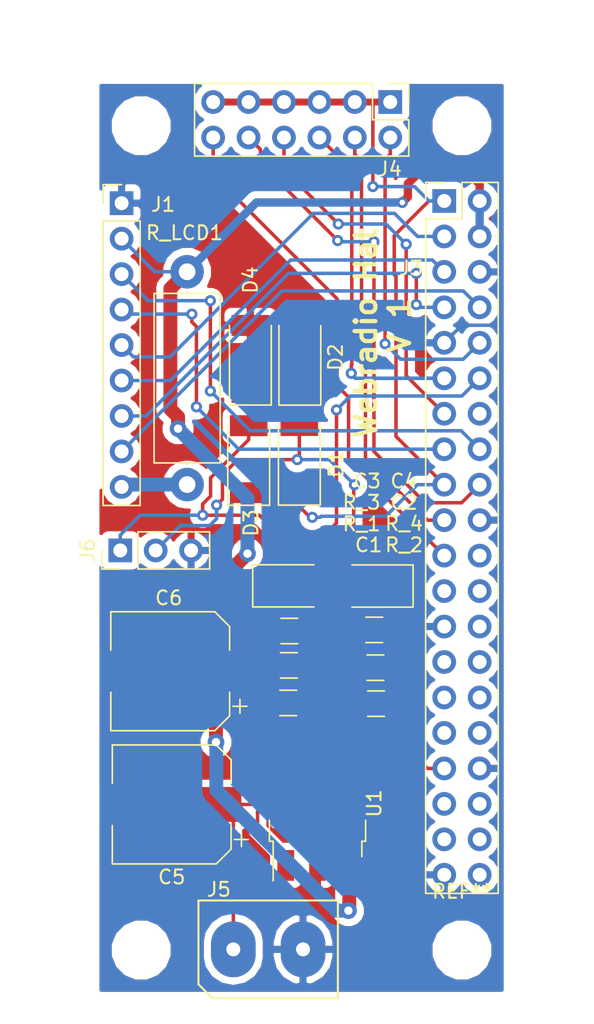
<source format=kicad_pcb>
(kicad_pcb (version 20171130) (host pcbnew 5.0.1)

  (general
    (thickness 1.6)
    (drawings 5)
    (tracks 236)
    (zones 0)
    (modules 25)
    (nets 40)
  )

  (page A4)
  (layers
    (0 F.Cu signal)
    (31 B.Cu signal)
    (32 B.Adhes user)
    (33 F.Adhes user)
    (34 B.Paste user)
    (35 F.Paste user)
    (36 B.SilkS user)
    (37 F.SilkS user)
    (38 B.Mask user)
    (39 F.Mask user)
    (40 Dwgs.User user)
    (41 Cmts.User user)
    (42 Eco1.User user)
    (43 Eco2.User user)
    (44 Edge.Cuts user)
    (45 Margin user)
    (46 B.CrtYd user hide)
    (47 F.CrtYd user hide)
    (48 B.Fab user hide)
    (49 F.Fab user)
  )

  (setup
    (last_trace_width 0.25)
    (user_trace_width 0.127)
    (user_trace_width 0.2)
    (user_trace_width 0.3)
    (user_trace_width 0.4)
    (user_trace_width 0.5)
    (user_trace_width 0.6)
    (user_trace_width 1)
    (user_trace_width 2)
    (trace_clearance 0.2)
    (zone_clearance 0.508)
    (zone_45_only no)
    (trace_min 0.127)
    (segment_width 0.2)
    (edge_width 0.001)
    (via_size 0.8)
    (via_drill 0.4)
    (via_min_size 0.45)
    (via_min_drill 0.2)
    (user_via 0.45 0.2)
    (user_via 0.6 0.3)
    (user_via 0.8 0.5)
    (user_via 1.2 0.6)
    (uvia_size 0.3)
    (uvia_drill 0.1)
    (uvias_allowed no)
    (uvia_min_size 0.2)
    (uvia_min_drill 0.1)
    (pcb_text_width 0.3)
    (pcb_text_size 1.5 1.5)
    (mod_edge_width 0.15)
    (mod_text_size 1 1)
    (mod_text_width 0.15)
    (pad_size 1.524 1.524)
    (pad_drill 0.762)
    (pad_to_mask_clearance 0.2)
    (solder_mask_min_width 0.25)
    (aux_axis_origin 0 0)
    (visible_elements FFFFFF7F)
    (pcbplotparams
      (layerselection 0x010f0_ffffffff)
      (usegerberextensions false)
      (usegerberattributes true)
      (usegerberadvancedattributes false)
      (creategerberjobfile false)
      (excludeedgelayer true)
      (linewidth 0.100000)
      (plotframeref false)
      (viasonmask false)
      (mode 1)
      (useauxorigin false)
      (hpglpennumber 1)
      (hpglpenspeed 20)
      (hpglpendiameter 15.000000)
      (psnegative false)
      (psa4output false)
      (plotreference true)
      (plotvalue false)
      (plotinvisibletext false)
      (padsonsilk false)
      (subtractmaskfromsilk false)
      (outputformat 1)
      (mirror false)
      (drillshape 0)
      (scaleselection 1)
      (outputdirectory "gerber/"))
  )

  (net 0 "")
  (net 1 "Net-(C1-Pad1)")
  (net 2 GND)
  (net 3 "Net-(C2-Pad1)")
  (net 4 "Net-(C3-Pad2)")
  (net 5 "Net-(C4-Pad2)")
  (net 6 "Net-(C5-Pad1)")
  (net 7 +5V)
  (net 8 +3V3)
  (net 9 LCD_RS)
  (net 10 LCD_E)
  (net 11 LCD_DB4)
  (net 12 LCD_DB5)
  (net 13 LCD_DB6)
  (net 14 LCD_DB7)
  (net 15 "Net-(J1-Pad9)")
  (net 16 CenterBTN)
  (net 17 LeftBTN)
  (net 18 SND_L)
  (net 19 RightBTN)
  (net 20 "Net-(J3-Pad14)")
  (net 21 UpBTN)
  (net 22 EnterBTN)
  (net 23 DownBTN)
  (net 24 "Net-(J3-Pad22)")
  (net 25 "Net-(J3-Pad23)")
  (net 26 "Net-(J3-Pad24)")
  (net 27 "Net-(J3-Pad26)")
  (net 28 "Net-(J3-Pad27)")
  (net 29 "Net-(J3-Pad28)")
  (net 30 "Net-(J3-Pad29)")
  (net 31 "Net-(J3-Pad30)")
  (net 32 "Net-(J3-Pad31)")
  (net 33 "Net-(J3-Pad32)")
  (net 34 SND_R)
  (net 35 "Net-(J3-Pad35)")
  (net 36 "Net-(J3-Pad36)")
  (net 37 "Net-(J3-Pad37)")
  (net 38 "Net-(J3-Pad38)")
  (net 39 "Net-(J3-Pad40)")

  (net_class Default "This is the default net class."
    (clearance 0.2)
    (trace_width 0.25)
    (via_dia 0.8)
    (via_drill 0.4)
    (uvia_dia 0.3)
    (uvia_drill 0.1)
    (add_net +3V3)
    (add_net +5V)
    (add_net CenterBTN)
    (add_net DownBTN)
    (add_net EnterBTN)
    (add_net GND)
    (add_net LCD_DB4)
    (add_net LCD_DB5)
    (add_net LCD_DB6)
    (add_net LCD_DB7)
    (add_net LCD_E)
    (add_net LCD_RS)
    (add_net LeftBTN)
    (add_net "Net-(C1-Pad1)")
    (add_net "Net-(C2-Pad1)")
    (add_net "Net-(C3-Pad2)")
    (add_net "Net-(C4-Pad2)")
    (add_net "Net-(C5-Pad1)")
    (add_net "Net-(J1-Pad9)")
    (add_net "Net-(J3-Pad14)")
    (add_net "Net-(J3-Pad22)")
    (add_net "Net-(J3-Pad23)")
    (add_net "Net-(J3-Pad24)")
    (add_net "Net-(J3-Pad26)")
    (add_net "Net-(J3-Pad27)")
    (add_net "Net-(J3-Pad28)")
    (add_net "Net-(J3-Pad29)")
    (add_net "Net-(J3-Pad30)")
    (add_net "Net-(J3-Pad31)")
    (add_net "Net-(J3-Pad32)")
    (add_net "Net-(J3-Pad35)")
    (add_net "Net-(J3-Pad36)")
    (add_net "Net-(J3-Pad37)")
    (add_net "Net-(J3-Pad38)")
    (add_net "Net-(J3-Pad40)")
    (add_net RightBTN)
    (add_net SND_L)
    (add_net SND_R)
    (add_net UpBTN)
  )

  (module Connector:Connector_XY306 (layer F.Cu) (tedit 5BBFB5EE) (tstamp 5BCBC8D8)
    (at 187.86856 92.96908)
    (path /5BC133EE)
    (fp_text reference J5 (at -3.53568 -4.29006) (layer F.SilkS)
      (effects (font (size 1 1) (thickness 0.15)))
    )
    (fp_text value Screw_Terminal_01x02 (at 0 4.5) (layer F.Fab)
      (effects (font (size 1 1) (thickness 0.15)))
    )
    (fp_line (start -4 3.5) (end -5 2.5) (layer F.SilkS) (width 0.15))
    (fp_line (start -5 2.5) (end -5 -3.5) (layer F.SilkS) (width 0.15))
    (fp_line (start -5 -3.5) (end 5 -3.5) (layer F.SilkS) (width 0.15))
    (fp_line (start 5 -3.5) (end 5 3.5) (layer F.SilkS) (width 0.15))
    (fp_line (start 5 3.5) (end -4 3.5) (layer F.SilkS) (width 0.15))
    (fp_line (start -4.4 -2.3) (end 4.4 -2.3) (layer F.CrtYd) (width 0.05))
    (fp_line (start 4.4 -2.3) (end 4.4 2.3) (layer F.CrtYd) (width 0.05))
    (fp_line (start 4.4 2.3) (end -4.4 2.3) (layer F.CrtYd) (width 0.05))
    (fp_line (start -4.4 2.3) (end -4.4 -2.3) (layer F.CrtYd) (width 0.05))
    (pad 1 thru_hole oval (at -2.5 0) (size 3.2 4) (drill 1) (layers *.Cu *.Mask)
      (net 6 "Net-(C5-Pad1)"))
    (pad 2 thru_hole oval (at 2.5 0) (size 3.2 4) (drill 1) (layers *.Cu *.Mask)
      (net 2 GND))
  )

  (module Connector_PinHeader_2.54mm:PinHeader_1x03_P2.54mm_Vertical (layer F.Cu) (tedit 59FED5CC) (tstamp 5BF9121C)
    (at 177.26152 64.39916 90)
    (descr "Through hole straight pin header, 1x03, 2.54mm pitch, single row")
    (tags "Through hole pin header THT 1x03 2.54mm single row")
    (path /5BC13CB3)
    (fp_text reference J6 (at 0 -2.33 90) (layer F.SilkS)
      (effects (font (size 1 1) (thickness 0.15)))
    )
    (fp_text value "Sound L+R" (at 0 7.41 90) (layer F.Fab)
      (effects (font (size 1 1) (thickness 0.15)))
    )
    (fp_line (start -0.635 -1.27) (end 1.27 -1.27) (layer F.Fab) (width 0.1))
    (fp_line (start 1.27 -1.27) (end 1.27 6.35) (layer F.Fab) (width 0.1))
    (fp_line (start 1.27 6.35) (end -1.27 6.35) (layer F.Fab) (width 0.1))
    (fp_line (start -1.27 6.35) (end -1.27 -0.635) (layer F.Fab) (width 0.1))
    (fp_line (start -1.27 -0.635) (end -0.635 -1.27) (layer F.Fab) (width 0.1))
    (fp_line (start -1.33 6.41) (end 1.33 6.41) (layer F.SilkS) (width 0.12))
    (fp_line (start -1.33 1.27) (end -1.33 6.41) (layer F.SilkS) (width 0.12))
    (fp_line (start 1.33 1.27) (end 1.33 6.41) (layer F.SilkS) (width 0.12))
    (fp_line (start -1.33 1.27) (end 1.33 1.27) (layer F.SilkS) (width 0.12))
    (fp_line (start -1.33 0) (end -1.33 -1.33) (layer F.SilkS) (width 0.12))
    (fp_line (start -1.33 -1.33) (end 0 -1.33) (layer F.SilkS) (width 0.12))
    (fp_line (start -1.8 -1.8) (end -1.8 6.85) (layer F.CrtYd) (width 0.05))
    (fp_line (start -1.8 6.85) (end 1.8 6.85) (layer F.CrtYd) (width 0.05))
    (fp_line (start 1.8 6.85) (end 1.8 -1.8) (layer F.CrtYd) (width 0.05))
    (fp_line (start 1.8 -1.8) (end -1.8 -1.8) (layer F.CrtYd) (width 0.05))
    (fp_text user %R (at 0 2.54 180) (layer F.Fab)
      (effects (font (size 1 1) (thickness 0.15)))
    )
    (pad 1 thru_hole rect (at 0 0 90) (size 1.7 1.7) (drill 1) (layers *.Cu *.Mask)
      (net 4 "Net-(C3-Pad2)"))
    (pad 2 thru_hole oval (at 0 2.54 90) (size 1.7 1.7) (drill 1) (layers *.Cu *.Mask)
      (net 5 "Net-(C4-Pad2)"))
    (pad 3 thru_hole oval (at 0 5.08 90) (size 1.7 1.7) (drill 1) (layers *.Cu *.Mask)
      (net 2 GND))
    (model ${KISYS3DMOD}/Connector_PinHeader_2.54mm.3dshapes/PinHeader_1x03_P2.54mm_Vertical.wrl
      (at (xyz 0 0 0))
      (scale (xyz 1 1 1))
      (rotate (xyz 0 0 0))
    )
  )

  (module MountingHole:MountingHole_3.2mm_M3 (layer F.Cu) (tedit 5BBFB522) (tstamp 5BCA03AD)
    (at 178.76012 93.01988)
    (descr "Mounting Hole 3.2mm, no annular, M3")
    (tags "mounting hole 3.2mm no annular m3")
    (attr virtual)
    (fp_text reference "" (at 0 -4.2) (layer F.SilkS)
      (effects (font (size 1 1) (thickness 0.15)))
    )
    (fp_text value MountingHole_3.2mm_M3 (at 0 4.2) (layer F.Fab)
      (effects (font (size 1 1) (thickness 0.15)))
    )
    (fp_circle (center 0 0) (end 3.45 0) (layer F.CrtYd) (width 0.05))
    (fp_circle (center 0 0) (end 3.2 0) (layer Cmts.User) (width 0.15))
    (fp_text user %R (at 0.3 0) (layer F.Fab)
      (effects (font (size 1 1) (thickness 0.15)))
    )
    (pad 1 np_thru_hole circle (at 0 0) (size 3.2 3.2) (drill 3.2) (layers *.Cu *.Mask))
  )

  (module MountingHole:MountingHole_3.2mm_M3 (layer F.Cu) (tedit 56D1B4CB) (tstamp 5BCA0468)
    (at 201.76236 93.01988)
    (descr "Mounting Hole 3.2mm, no annular, M3")
    (tags "mounting hole 3.2mm no annular m3")
    (attr virtual)
    (fp_text reference REF** (at 0 -4.2) (layer F.SilkS)
      (effects (font (size 1 1) (thickness 0.15)))
    )
    (fp_text value MountingHole_3.2mm_M3 (at 0 4.2) (layer F.Fab)
      (effects (font (size 1 1) (thickness 0.15)))
    )
    (fp_circle (center 0 0) (end 3.45 0) (layer F.CrtYd) (width 0.05))
    (fp_circle (center 0 0) (end 3.2 0) (layer Cmts.User) (width 0.15))
    (fp_text user %R (at 0.3 0) (layer F.Fab)
      (effects (font (size 1 1) (thickness 0.15)))
    )
    (pad 1 np_thru_hole circle (at 0 0) (size 3.2 3.2) (drill 3.2) (layers *.Cu *.Mask))
  )

  (module MountingHole:MountingHole_3.2mm_M3 (layer F.Cu) (tedit 5BBFC12B) (tstamp 5BF927A5)
    (at 178.76012 33.98012)
    (descr "Mounting Hole 3.2mm, no annular, M3")
    (tags "mounting hole 3.2mm no annular m3")
    (attr virtual)
    (fp_text reference "" (at 0 -4.2) (layer F.SilkS)
      (effects (font (size 1 1) (thickness 0.15)))
    )
    (fp_text value MountingHole_3.2mm_M3 (at 0 4.2) (layer F.Fab)
      (effects (font (size 1 1) (thickness 0.15)))
    )
    (fp_circle (center 0 0) (end 3.45 0) (layer F.CrtYd) (width 0.05))
    (fp_circle (center 0 0) (end 3.2 0) (layer Cmts.User) (width 0.15))
    (fp_text user %R (at 0.3 0) (layer F.Fab)
      (effects (font (size 1 1) (thickness 0.15)))
    )
    (pad 1 np_thru_hole circle (at 0 0) (size 3.2 3.2) (drill 3.2) (layers *.Cu *.Mask))
  )

  (module MountingHole:MountingHole_3.2mm_M3 (layer F.Cu) (tedit 5BBFC130) (tstamp 5BCA05F7)
    (at 201.76236 33.98012)
    (descr "Mounting Hole 3.2mm, no annular, M3")
    (tags "mounting hole 3.2mm no annular m3")
    (attr virtual)
    (fp_text reference "" (at 0 -4.2) (layer F.SilkS)
      (effects (font (size 1 1) (thickness 0.15)))
    )
    (fp_text value MountingHole_3.2mm_M3 (at 0 4.2) (layer F.Fab)
      (effects (font (size 1 1) (thickness 0.15)))
    )
    (fp_circle (center 0 0) (end 3.45 0) (layer F.CrtYd) (width 0.05))
    (fp_circle (center 0 0) (end 3.2 0) (layer Cmts.User) (width 0.15))
    (fp_text user %R (at 0.3 0) (layer F.Fab)
      (effects (font (size 1 1) (thickness 0.15)))
    )
    (pad 1 np_thru_hole circle (at 0 0) (size 3.2 3.2) (drill 3.2) (layers *.Cu *.Mask))
  )

  (module Capacitor_SMD:C_1206_3216Metric_Pad1.42x1.75mm_HandSolder (layer F.Cu) (tedit 5B301BBE) (tstamp 5BF9131B)
    (at 189.3046 75.32116)
    (descr "Capacitor SMD 1206 (3216 Metric), square (rectangular) end terminal, IPC_7351 nominal with elongated pad for handsoldering. (Body size source: http://www.tortai-tech.com/upload/download/2011102023233369053.pdf), generated with kicad-footprint-generator")
    (tags "capacitor handsolder")
    (path /5BBA209B)
    (attr smd)
    (fp_text reference C1 (at 5.7674 -11.31316) (layer F.SilkS)
      (effects (font (size 1 1) (thickness 0.15)))
    )
    (fp_text value 33n (at 0 1.82) (layer F.Fab)
      (effects (font (size 1 1) (thickness 0.15)))
    )
    (fp_line (start -1.6 0.8) (end -1.6 -0.8) (layer F.Fab) (width 0.1))
    (fp_line (start -1.6 -0.8) (end 1.6 -0.8) (layer F.Fab) (width 0.1))
    (fp_line (start 1.6 -0.8) (end 1.6 0.8) (layer F.Fab) (width 0.1))
    (fp_line (start 1.6 0.8) (end -1.6 0.8) (layer F.Fab) (width 0.1))
    (fp_line (start -0.602064 -0.91) (end 0.602064 -0.91) (layer F.SilkS) (width 0.12))
    (fp_line (start -0.602064 0.91) (end 0.602064 0.91) (layer F.SilkS) (width 0.12))
    (fp_line (start -2.45 1.12) (end -2.45 -1.12) (layer F.CrtYd) (width 0.05))
    (fp_line (start -2.45 -1.12) (end 2.45 -1.12) (layer F.CrtYd) (width 0.05))
    (fp_line (start 2.45 -1.12) (end 2.45 1.12) (layer F.CrtYd) (width 0.05))
    (fp_line (start 2.45 1.12) (end -2.45 1.12) (layer F.CrtYd) (width 0.05))
    (fp_text user %R (at 0 0) (layer F.Fab)
      (effects (font (size 0.8 0.8) (thickness 0.12)))
    )
    (pad 1 smd roundrect (at -1.4875 0) (size 1.425 1.75) (layers F.Cu F.Paste F.Mask) (roundrect_rratio 0.175439)
      (net 1 "Net-(C1-Pad1)"))
    (pad 2 smd roundrect (at 1.4875 0) (size 1.425 1.75) (layers F.Cu F.Paste F.Mask) (roundrect_rratio 0.175439)
      (net 2 GND))
    (model ${KISYS3DMOD}/Capacitor_SMD.3dshapes/C_1206_3216Metric.wrl
      (at (xyz 0 0 0))
      (scale (xyz 1 1 1))
      (rotate (xyz 0 0 0))
    )
  )

  (module Capacitor_SMD:C_1206_3216Metric_Pad1.42x1.75mm_HandSolder (layer F.Cu) (tedit 5B301BBE) (tstamp 5BF92427)
    (at 195.47078 70.08876 180)
    (descr "Capacitor SMD 1206 (3216 Metric), square (rectangular) end terminal, IPC_7351 nominal with elongated pad for handsoldering. (Body size source: http://www.tortai-tech.com/upload/download/2011102023233369053.pdf), generated with kicad-footprint-generator")
    (tags "capacitor handsolder")
    (path /5BBA2045)
    (attr smd)
    (fp_text reference C2 (at -2.14122 9.12876 180) (layer F.SilkS)
      (effects (font (size 1 1) (thickness 0.15)))
    )
    (fp_text value 33n (at -0.10922 -1.08204 180) (layer F.Fab)
      (effects (font (size 1 1) (thickness 0.15)))
    )
    (fp_text user %R (at 0 0 180) (layer F.Fab)
      (effects (font (size 0.8 0.8) (thickness 0.12)))
    )
    (fp_line (start 2.45 1.12) (end -2.45 1.12) (layer F.CrtYd) (width 0.05))
    (fp_line (start 2.45 -1.12) (end 2.45 1.12) (layer F.CrtYd) (width 0.05))
    (fp_line (start -2.45 -1.12) (end 2.45 -1.12) (layer F.CrtYd) (width 0.05))
    (fp_line (start -2.45 1.12) (end -2.45 -1.12) (layer F.CrtYd) (width 0.05))
    (fp_line (start -0.602064 0.91) (end 0.602064 0.91) (layer F.SilkS) (width 0.12))
    (fp_line (start -0.602064 -0.91) (end 0.602064 -0.91) (layer F.SilkS) (width 0.12))
    (fp_line (start 1.6 0.8) (end -1.6 0.8) (layer F.Fab) (width 0.1))
    (fp_line (start 1.6 -0.8) (end 1.6 0.8) (layer F.Fab) (width 0.1))
    (fp_line (start -1.6 -0.8) (end 1.6 -0.8) (layer F.Fab) (width 0.1))
    (fp_line (start -1.6 0.8) (end -1.6 -0.8) (layer F.Fab) (width 0.1))
    (pad 2 smd roundrect (at 1.4875 0 180) (size 1.425 1.75) (layers F.Cu F.Paste F.Mask) (roundrect_rratio 0.175439)
      (net 2 GND))
    (pad 1 smd roundrect (at -1.4875 0 180) (size 1.425 1.75) (layers F.Cu F.Paste F.Mask) (roundrect_rratio 0.175439)
      (net 3 "Net-(C2-Pad1)"))
    (model ${KISYS3DMOD}/Capacitor_SMD.3dshapes/C_1206_3216Metric.wrl
      (at (xyz 0 0 0))
      (scale (xyz 1 1 1))
      (rotate (xyz 0 0 0))
    )
  )

  (module Capacitor_Tantalum_SMD:CP_EIA-3528-21_Kemet-B_Pad1.50x2.35mm_HandSolder (layer F.Cu) (tedit 5B342532) (tstamp 5BF924D4)
    (at 195.62632 66.94932 180)
    (descr "Tantalum Capacitor SMD Kemet-B (3528-21 Metric), IPC_7351 nominal, (Body size from: http://www.kemet.com/Lists/ProductCatalog/Attachments/253/KEM_TC101_STD.pdf), generated with kicad-footprint-generator")
    (tags "capacitor tantalum")
    (path /5BBA2757)
    (attr smd)
    (fp_text reference C4 (at -1.98568 7.51332) (layer F.SilkS)
      (effects (font (size 1 1) (thickness 0.15)))
    )
    (fp_text value 10u (at 0.14792 -1.45288 180) (layer F.Fab)
      (effects (font (size 1 1) (thickness 0.15)))
    )
    (fp_line (start 1.75 -1.4) (end -1.05 -1.4) (layer F.Fab) (width 0.1))
    (fp_line (start -1.05 -1.4) (end -1.75 -0.7) (layer F.Fab) (width 0.1))
    (fp_line (start -1.75 -0.7) (end -1.75 1.4) (layer F.Fab) (width 0.1))
    (fp_line (start -1.75 1.4) (end 1.75 1.4) (layer F.Fab) (width 0.1))
    (fp_line (start 1.75 1.4) (end 1.75 -1.4) (layer F.Fab) (width 0.1))
    (fp_line (start 1.75 -1.51) (end -2.635 -1.51) (layer F.SilkS) (width 0.12))
    (fp_line (start -2.635 -1.51) (end -2.635 1.51) (layer F.SilkS) (width 0.12))
    (fp_line (start -2.635 1.51) (end 1.75 1.51) (layer F.SilkS) (width 0.12))
    (fp_line (start -2.62 1.65) (end -2.62 -1.65) (layer F.CrtYd) (width 0.05))
    (fp_line (start -2.62 -1.65) (end 2.62 -1.65) (layer F.CrtYd) (width 0.05))
    (fp_line (start 2.62 -1.65) (end 2.62 1.65) (layer F.CrtYd) (width 0.05))
    (fp_line (start 2.62 1.65) (end -2.62 1.65) (layer F.CrtYd) (width 0.05))
    (fp_text user %R (at 0 0 180) (layer F.Fab)
      (effects (font (size 0.88 0.88) (thickness 0.13)))
    )
    (pad 1 smd roundrect (at -1.625 0 180) (size 1.5 2.35) (layers F.Cu F.Paste F.Mask) (roundrect_rratio 0.166667)
      (net 3 "Net-(C2-Pad1)"))
    (pad 2 smd roundrect (at 1.625 0 180) (size 1.5 2.35) (layers F.Cu F.Paste F.Mask) (roundrect_rratio 0.166667)
      (net 5 "Net-(C4-Pad2)"))
    (model ${KISYS3DMOD}/Capacitor_Tantalum_SMD.3dshapes/CP_EIA-3528-21_Kemet-B.wrl
      (at (xyz 0 0 0))
      (scale (xyz 1 1 1))
      (rotate (xyz 0 0 0))
    )
  )

  (module Diode_SMD:D_MELF (layer F.Cu) (tedit 5905D864) (tstamp 5BF9250F)
    (at 190.10376 57.85388 90)
    (descr "Diode, MELF,,")
    (tags "Diode MELF ")
    (path /5BBA2CEF)
    (attr smd)
    (fp_text reference D1 (at -0.36546 2.63652 90) (layer F.SilkS)
      (effects (font (size 1 1) (thickness 0.15)))
    )
    (fp_text value D (at -0.25 2.5 90) (layer F.Fab)
      (effects (font (size 1 1) (thickness 0.15)))
    )
    (fp_line (start -3.4 1.6) (end -3.4 -1.6) (layer F.CrtYd) (width 0.05))
    (fp_line (start 3.4 1.6) (end -3.4 1.6) (layer F.CrtYd) (width 0.05))
    (fp_line (start 3.4 -1.6) (end 3.4 1.6) (layer F.CrtYd) (width 0.05))
    (fp_line (start -3.4 -1.6) (end 3.4 -1.6) (layer F.CrtYd) (width 0.05))
    (fp_line (start -0.64944 0.00102) (end 0.50118 -0.79908) (layer F.Fab) (width 0.1))
    (fp_line (start -0.64944 0.00102) (end 0.50118 0.75032) (layer F.Fab) (width 0.1))
    (fp_line (start 0.50118 0.75032) (end 0.50118 -0.79908) (layer F.Fab) (width 0.1))
    (fp_line (start -0.64944 -0.79908) (end -0.64944 0.80112) (layer F.Fab) (width 0.1))
    (fp_line (start 0.50118 0.00102) (end 1.4994 0.00102) (layer F.Fab) (width 0.1))
    (fp_line (start -0.64944 0.00102) (end -1.55114 0.00102) (layer F.Fab) (width 0.1))
    (fp_line (start 2.6 1.3) (end 2.6 -1.3) (layer F.Fab) (width 0.1))
    (fp_line (start -2.6 1.3) (end 2.6 1.3) (layer F.Fab) (width 0.1))
    (fp_line (start -2.6 -1.3) (end -2.6 1.3) (layer F.Fab) (width 0.1))
    (fp_line (start 2.6 -1.3) (end -2.6 -1.3) (layer F.Fab) (width 0.1))
    (fp_line (start -3.3 1.5) (end 2.4 1.5) (layer F.SilkS) (width 0.12))
    (fp_line (start -3.3 -1.5) (end -3.3 1.5) (layer F.SilkS) (width 0.12))
    (fp_line (start 2.4 -1.5) (end -3.3 -1.5) (layer F.SilkS) (width 0.12))
    (fp_text user %R (at 0 -2.5 90) (layer F.Fab)
      (effects (font (size 1 1) (thickness 0.15)))
    )
    (pad 2 smd rect (at 2.4 0 90) (size 1.5 2.7) (layers F.Cu F.Paste F.Mask)
      (net 5 "Net-(C4-Pad2)"))
    (pad 1 smd rect (at -2.4 0 90) (size 1.5 2.7) (layers F.Cu F.Paste F.Mask)
      (net 8 +3V3))
    (model ${KISYS3DMOD}/Diode_SMD.3dshapes/D_MELF.wrl
      (at (xyz 0 0 0))
      (scale (xyz 1 1 1))
      (rotate (xyz 0 0 0))
    )
  )

  (module Diode_SMD:D_MELF (layer F.Cu) (tedit 5905D864) (tstamp 5BF923E9)
    (at 186.47156 57.86598 90)
    (descr "Diode, MELF,,")
    (tags "Diode MELF ")
    (path /5BBA2D33)
    (attr smd)
    (fp_text reference D3 (at -4.56214 0.1651 90) (layer F.SilkS)
      (effects (font (size 1 1) (thickness 0.15)))
    )
    (fp_text value D (at -0.25 2.5 90) (layer F.Fab)
      (effects (font (size 1 1) (thickness 0.15)))
    )
    (fp_line (start -3.4 1.6) (end -3.4 -1.6) (layer F.CrtYd) (width 0.05))
    (fp_line (start 3.4 1.6) (end -3.4 1.6) (layer F.CrtYd) (width 0.05))
    (fp_line (start 3.4 -1.6) (end 3.4 1.6) (layer F.CrtYd) (width 0.05))
    (fp_line (start -3.4 -1.6) (end 3.4 -1.6) (layer F.CrtYd) (width 0.05))
    (fp_line (start -0.64944 0.00102) (end 0.50118 -0.79908) (layer F.Fab) (width 0.1))
    (fp_line (start -0.64944 0.00102) (end 0.50118 0.75032) (layer F.Fab) (width 0.1))
    (fp_line (start 0.50118 0.75032) (end 0.50118 -0.79908) (layer F.Fab) (width 0.1))
    (fp_line (start -0.64944 -0.79908) (end -0.64944 0.80112) (layer F.Fab) (width 0.1))
    (fp_line (start 0.50118 0.00102) (end 1.4994 0.00102) (layer F.Fab) (width 0.1))
    (fp_line (start -0.64944 0.00102) (end -1.55114 0.00102) (layer F.Fab) (width 0.1))
    (fp_line (start 2.6 1.3) (end 2.6 -1.3) (layer F.Fab) (width 0.1))
    (fp_line (start -2.6 1.3) (end 2.6 1.3) (layer F.Fab) (width 0.1))
    (fp_line (start -2.6 -1.3) (end -2.6 1.3) (layer F.Fab) (width 0.1))
    (fp_line (start 2.6 -1.3) (end -2.6 -1.3) (layer F.Fab) (width 0.1))
    (fp_line (start -3.3 1.5) (end 2.4 1.5) (layer F.SilkS) (width 0.12))
    (fp_line (start -3.3 -1.5) (end -3.3 1.5) (layer F.SilkS) (width 0.12))
    (fp_line (start 2.4 -1.5) (end -3.3 -1.5) (layer F.SilkS) (width 0.12))
    (fp_text user %R (at 0 -2.5 90) (layer F.Fab)
      (effects (font (size 1 1) (thickness 0.15)))
    )
    (pad 2 smd rect (at 2.4 0 90) (size 1.5 2.7) (layers F.Cu F.Paste F.Mask)
      (net 4 "Net-(C3-Pad2)"))
    (pad 1 smd rect (at -2.4 0 90) (size 1.5 2.7) (layers F.Cu F.Paste F.Mask)
      (net 8 +3V3))
    (model ${KISYS3DMOD}/Diode_SMD.3dshapes/D_MELF.wrl
      (at (xyz 0 0 0))
      (scale (xyz 1 1 1))
      (rotate (xyz 0 0 0))
    )
  )

  (module Diode_SMD:D_MELF (layer F.Cu) (tedit 5905D864) (tstamp 5BF91040)
    (at 186.59094 50.686 90)
    (descr "Diode, MELF,,")
    (tags "Diode MELF ")
    (path /5BBA2D6D)
    (attr smd)
    (fp_text reference D4 (at 5.65688 0.00762 90) (layer F.SilkS)
      (effects (font (size 1 1) (thickness 0.15)))
    )
    (fp_text value D (at -0.25 2.5 90) (layer F.Fab)
      (effects (font (size 1 1) (thickness 0.15)))
    )
    (fp_text user %R (at 0 -2.5 90) (layer F.Fab)
      (effects (font (size 1 1) (thickness 0.15)))
    )
    (fp_line (start 2.4 -1.5) (end -3.3 -1.5) (layer F.SilkS) (width 0.12))
    (fp_line (start -3.3 -1.5) (end -3.3 1.5) (layer F.SilkS) (width 0.12))
    (fp_line (start -3.3 1.5) (end 2.4 1.5) (layer F.SilkS) (width 0.12))
    (fp_line (start 2.6 -1.3) (end -2.6 -1.3) (layer F.Fab) (width 0.1))
    (fp_line (start -2.6 -1.3) (end -2.6 1.3) (layer F.Fab) (width 0.1))
    (fp_line (start -2.6 1.3) (end 2.6 1.3) (layer F.Fab) (width 0.1))
    (fp_line (start 2.6 1.3) (end 2.6 -1.3) (layer F.Fab) (width 0.1))
    (fp_line (start -0.64944 0.00102) (end -1.55114 0.00102) (layer F.Fab) (width 0.1))
    (fp_line (start 0.50118 0.00102) (end 1.4994 0.00102) (layer F.Fab) (width 0.1))
    (fp_line (start -0.64944 -0.79908) (end -0.64944 0.80112) (layer F.Fab) (width 0.1))
    (fp_line (start 0.50118 0.75032) (end 0.50118 -0.79908) (layer F.Fab) (width 0.1))
    (fp_line (start -0.64944 0.00102) (end 0.50118 0.75032) (layer F.Fab) (width 0.1))
    (fp_line (start -0.64944 0.00102) (end 0.50118 -0.79908) (layer F.Fab) (width 0.1))
    (fp_line (start -3.4 -1.6) (end 3.4 -1.6) (layer F.CrtYd) (width 0.05))
    (fp_line (start 3.4 -1.6) (end 3.4 1.6) (layer F.CrtYd) (width 0.05))
    (fp_line (start 3.4 1.6) (end -3.4 1.6) (layer F.CrtYd) (width 0.05))
    (fp_line (start -3.4 1.6) (end -3.4 -1.6) (layer F.CrtYd) (width 0.05))
    (pad 1 smd rect (at -2.4 0 90) (size 1.5 2.7) (layers F.Cu F.Paste F.Mask)
      (net 4 "Net-(C3-Pad2)"))
    (pad 2 smd rect (at 2.4 0 90) (size 1.5 2.7) (layers F.Cu F.Paste F.Mask)
      (net 2 GND))
    (model ${KISYS3DMOD}/Diode_SMD.3dshapes/D_MELF.wrl
      (at (xyz 0 0 0))
      (scale (xyz 1 1 1))
      (rotate (xyz 0 0 0))
    )
  )

  (module Connector_PinHeader_2.54mm:PinHeader_1x09_P2.54mm_Vertical (layer F.Cu) (tedit 59FED5CC) (tstamp 5BF910BA)
    (at 177.35804 39.53002)
    (descr "Through hole straight pin header, 1x09, 2.54mm pitch, single row")
    (tags "Through hole pin header THT 1x09 2.54mm single row")
    (path /5BBA0E78)
    (fp_text reference J1 (at 2.98196 0.09398) (layer F.SilkS)
      (effects (font (size 1 1) (thickness 0.15)))
    )
    (fp_text value "Female 9*1, LCD 4*16" (at 0 22.65) (layer F.Fab)
      (effects (font (size 1 1) (thickness 0.15)))
    )
    (fp_line (start -0.635 -1.27) (end 1.27 -1.27) (layer F.Fab) (width 0.1))
    (fp_line (start 1.27 -1.27) (end 1.27 21.59) (layer F.Fab) (width 0.1))
    (fp_line (start 1.27 21.59) (end -1.27 21.59) (layer F.Fab) (width 0.1))
    (fp_line (start -1.27 21.59) (end -1.27 -0.635) (layer F.Fab) (width 0.1))
    (fp_line (start -1.27 -0.635) (end -0.635 -1.27) (layer F.Fab) (width 0.1))
    (fp_line (start -1.33 21.65) (end 1.33 21.65) (layer F.SilkS) (width 0.12))
    (fp_line (start -1.33 1.27) (end -1.33 21.65) (layer F.SilkS) (width 0.12))
    (fp_line (start 1.33 1.27) (end 1.33 21.65) (layer F.SilkS) (width 0.12))
    (fp_line (start -1.33 1.27) (end 1.33 1.27) (layer F.SilkS) (width 0.12))
    (fp_line (start -1.33 0) (end -1.33 -1.33) (layer F.SilkS) (width 0.12))
    (fp_line (start -1.33 -1.33) (end 0 -1.33) (layer F.SilkS) (width 0.12))
    (fp_line (start -1.8 -1.8) (end -1.8 22.1) (layer F.CrtYd) (width 0.05))
    (fp_line (start -1.8 22.1) (end 1.8 22.1) (layer F.CrtYd) (width 0.05))
    (fp_line (start 1.8 22.1) (end 1.8 -1.8) (layer F.CrtYd) (width 0.05))
    (fp_line (start 1.8 -1.8) (end -1.8 -1.8) (layer F.CrtYd) (width 0.05))
    (fp_text user %R (at 0 10.16 90) (layer F.Fab)
      (effects (font (size 1 1) (thickness 0.15)))
    )
    (pad 1 thru_hole rect (at 0 0) (size 1.7 1.7) (drill 1) (layers *.Cu *.Mask)
      (net 2 GND))
    (pad 2 thru_hole oval (at 0 2.54) (size 1.7 1.7) (drill 1) (layers *.Cu *.Mask)
      (net 7 +5V))
    (pad 3 thru_hole oval (at 0 5.08) (size 1.7 1.7) (drill 1) (layers *.Cu *.Mask)
      (net 9 LCD_RS))
    (pad 4 thru_hole oval (at 0 7.62) (size 1.7 1.7) (drill 1) (layers *.Cu *.Mask)
      (net 10 LCD_E))
    (pad 5 thru_hole oval (at 0 10.16) (size 1.7 1.7) (drill 1) (layers *.Cu *.Mask)
      (net 11 LCD_DB4))
    (pad 6 thru_hole oval (at 0 12.7) (size 1.7 1.7) (drill 1) (layers *.Cu *.Mask)
      (net 12 LCD_DB5))
    (pad 7 thru_hole oval (at 0 15.24) (size 1.7 1.7) (drill 1) (layers *.Cu *.Mask)
      (net 13 LCD_DB6))
    (pad 8 thru_hole oval (at 0 17.78) (size 1.7 1.7) (drill 1) (layers *.Cu *.Mask)
      (net 14 LCD_DB7))
    (pad 9 thru_hole oval (at 0 20.32) (size 1.7 1.7) (drill 1) (layers *.Cu *.Mask)
      (net 15 "Net-(J1-Pad9)"))
    (model ${KISYS3DMOD}/Connector_PinHeader_2.54mm.3dshapes/PinHeader_1x09_P2.54mm_Vertical.wrl
      (at (xyz 0 0 0))
      (scale (xyz 1 1 1))
      (rotate (xyz 0 0 0))
    )
  )

  (module Connector_PinHeader_2.54mm:PinHeader_2x20_P2.54mm_Vertical (layer F.Cu) (tedit 59FED5CC) (tstamp 5BF914EF)
    (at 200.49248 39.37)
    (descr "Through hole straight pin header, 2x20, 2.54mm pitch, double rows")
    (tags "Through hole pin header THT 2x20 2.54mm double row")
    (path /5BBA1758)
    (fp_text reference J3 (at -2.37248 4.826) (layer F.SilkS)
      (effects (font (size 1 1) (thickness 0.15)))
    )
    (fp_text value Conn_02x20_Odd_Even (at 1.27 50.59) (layer F.Fab)
      (effects (font (size 1 1) (thickness 0.15)))
    )
    (fp_line (start 0 -1.27) (end 3.81 -1.27) (layer F.Fab) (width 0.1))
    (fp_line (start 3.81 -1.27) (end 3.81 49.53) (layer F.Fab) (width 0.1))
    (fp_line (start 3.81 49.53) (end -1.27 49.53) (layer F.Fab) (width 0.1))
    (fp_line (start -1.27 49.53) (end -1.27 0) (layer F.Fab) (width 0.1))
    (fp_line (start -1.27 0) (end 0 -1.27) (layer F.Fab) (width 0.1))
    (fp_line (start -1.33 49.59) (end 3.87 49.59) (layer F.SilkS) (width 0.12))
    (fp_line (start -1.33 1.27) (end -1.33 49.59) (layer F.SilkS) (width 0.12))
    (fp_line (start 3.87 -1.33) (end 3.87 49.59) (layer F.SilkS) (width 0.12))
    (fp_line (start -1.33 1.27) (end 1.27 1.27) (layer F.SilkS) (width 0.12))
    (fp_line (start 1.27 1.27) (end 1.27 -1.33) (layer F.SilkS) (width 0.12))
    (fp_line (start 1.27 -1.33) (end 3.87 -1.33) (layer F.SilkS) (width 0.12))
    (fp_line (start -1.33 0) (end -1.33 -1.33) (layer F.SilkS) (width 0.12))
    (fp_line (start -1.33 -1.33) (end 0 -1.33) (layer F.SilkS) (width 0.12))
    (fp_line (start -1.8 -1.8) (end -1.8 50.05) (layer F.CrtYd) (width 0.05))
    (fp_line (start -1.8 50.05) (end 4.35 50.05) (layer F.CrtYd) (width 0.05))
    (fp_line (start 4.35 50.05) (end 4.35 -1.8) (layer F.CrtYd) (width 0.05))
    (fp_line (start 4.35 -1.8) (end -1.8 -1.8) (layer F.CrtYd) (width 0.05))
    (fp_text user %R (at 1.27 24.13 90) (layer F.Fab)
      (effects (font (size 1 1) (thickness 0.15)))
    )
    (pad 1 thru_hole rect (at 0 0) (size 1.7 1.7) (drill 1) (layers *.Cu *.Mask)
      (net 8 +3V3))
    (pad 2 thru_hole oval (at 2.54 0) (size 1.7 1.7) (drill 1) (layers *.Cu *.Mask)
      (net 7 +5V))
    (pad 3 thru_hole oval (at 0 2.54) (size 1.7 1.7) (drill 1) (layers *.Cu *.Mask)
      (net 11 LCD_DB4))
    (pad 4 thru_hole oval (at 2.54 2.54) (size 1.7 1.7) (drill 1) (layers *.Cu *.Mask)
      (net 7 +5V))
    (pad 5 thru_hole oval (at 0 5.08) (size 1.7 1.7) (drill 1) (layers *.Cu *.Mask)
      (net 12 LCD_DB5))
    (pad 6 thru_hole oval (at 2.54 5.08) (size 1.7 1.7) (drill 1) (layers *.Cu *.Mask)
      (net 2 GND))
    (pad 7 thru_hole oval (at 0 7.62) (size 1.7 1.7) (drill 1) (layers *.Cu *.Mask)
      (net 13 LCD_DB6))
    (pad 8 thru_hole oval (at 2.54 7.62) (size 1.7 1.7) (drill 1) (layers *.Cu *.Mask)
      (net 14 LCD_DB7))
    (pad 9 thru_hole oval (at 0 10.16) (size 1.7 1.7) (drill 1) (layers *.Cu *.Mask)
      (net 2 GND))
    (pad 10 thru_hole oval (at 2.54 10.16) (size 1.7 1.7) (drill 1) (layers *.Cu *.Mask)
      (net 16 CenterBTN))
    (pad 11 thru_hole oval (at 0 12.7) (size 1.7 1.7) (drill 1) (layers *.Cu *.Mask)
      (net 17 LeftBTN))
    (pad 12 thru_hole oval (at 2.54 12.7) (size 1.7 1.7) (drill 1) (layers *.Cu *.Mask)
      (net 18 SND_L))
    (pad 13 thru_hole oval (at 0 15.24) (size 1.7 1.7) (drill 1) (layers *.Cu *.Mask)
      (net 19 RightBTN))
    (pad 14 thru_hole oval (at 2.54 15.24) (size 1.7 1.7) (drill 1) (layers *.Cu *.Mask)
      (net 20 "Net-(J3-Pad14)"))
    (pad 15 thru_hole oval (at 0 17.78) (size 1.7 1.7) (drill 1) (layers *.Cu *.Mask)
      (net 10 LCD_E))
    (pad 16 thru_hole oval (at 2.54 17.78) (size 1.7 1.7) (drill 1) (layers *.Cu *.Mask)
      (net 9 LCD_RS))
    (pad 17 thru_hole oval (at 0 20.32) (size 1.7 1.7) (drill 1) (layers *.Cu *.Mask)
      (net 8 +3V3))
    (pad 18 thru_hole oval (at 2.54 20.32) (size 1.7 1.7) (drill 1) (layers *.Cu *.Mask)
      (net 21 UpBTN))
    (pad 19 thru_hole oval (at 0 22.86) (size 1.7 1.7) (drill 1) (layers *.Cu *.Mask)
      (net 22 EnterBTN))
    (pad 20 thru_hole oval (at 2.54 22.86) (size 1.7 1.7) (drill 1) (layers *.Cu *.Mask)
      (net 2 GND))
    (pad 21 thru_hole oval (at 0 25.4) (size 1.7 1.7) (drill 1) (layers *.Cu *.Mask)
      (net 23 DownBTN))
    (pad 22 thru_hole oval (at 2.54 25.4) (size 1.7 1.7) (drill 1) (layers *.Cu *.Mask)
      (net 24 "Net-(J3-Pad22)"))
    (pad 23 thru_hole oval (at 0 27.94) (size 1.7 1.7) (drill 1) (layers *.Cu *.Mask)
      (net 25 "Net-(J3-Pad23)"))
    (pad 24 thru_hole oval (at 2.54 27.94) (size 1.7 1.7) (drill 1) (layers *.Cu *.Mask)
      (net 26 "Net-(J3-Pad24)"))
    (pad 25 thru_hole oval (at 0 30.48) (size 1.7 1.7) (drill 1) (layers *.Cu *.Mask)
      (net 2 GND))
    (pad 26 thru_hole oval (at 2.54 30.48) (size 1.7 1.7) (drill 1) (layers *.Cu *.Mask)
      (net 27 "Net-(J3-Pad26)"))
    (pad 27 thru_hole oval (at 0 33.02) (size 1.7 1.7) (drill 1) (layers *.Cu *.Mask)
      (net 28 "Net-(J3-Pad27)"))
    (pad 28 thru_hole oval (at 2.54 33.02) (size 1.7 1.7) (drill 1) (layers *.Cu *.Mask)
      (net 29 "Net-(J3-Pad28)"))
    (pad 29 thru_hole oval (at 0 35.56) (size 1.7 1.7) (drill 1) (layers *.Cu *.Mask)
      (net 30 "Net-(J3-Pad29)"))
    (pad 30 thru_hole oval (at 2.54 35.56) (size 1.7 1.7) (drill 1) (layers *.Cu *.Mask)
      (net 31 "Net-(J3-Pad30)"))
    (pad 31 thru_hole oval (at 0 38.1) (size 1.7 1.7) (drill 1) (layers *.Cu *.Mask)
      (net 32 "Net-(J3-Pad31)"))
    (pad 32 thru_hole oval (at 2.54 38.1) (size 1.7 1.7) (drill 1) (layers *.Cu *.Mask)
      (net 33 "Net-(J3-Pad32)"))
    (pad 33 thru_hole oval (at 0 40.64) (size 1.7 1.7) (drill 1) (layers *.Cu *.Mask)
      (net 34 SND_R))
    (pad 34 thru_hole oval (at 2.54 40.64) (size 1.7 1.7) (drill 1) (layers *.Cu *.Mask)
      (net 2 GND))
    (pad 35 thru_hole oval (at 0 43.18) (size 1.7 1.7) (drill 1) (layers *.Cu *.Mask)
      (net 35 "Net-(J3-Pad35)"))
    (pad 36 thru_hole oval (at 2.54 43.18) (size 1.7 1.7) (drill 1) (layers *.Cu *.Mask)
      (net 36 "Net-(J3-Pad36)"))
    (pad 37 thru_hole oval (at 0 45.72) (size 1.7 1.7) (drill 1) (layers *.Cu *.Mask)
      (net 37 "Net-(J3-Pad37)"))
    (pad 38 thru_hole oval (at 2.54 45.72) (size 1.7 1.7) (drill 1) (layers *.Cu *.Mask)
      (net 38 "Net-(J3-Pad38)"))
    (pad 39 thru_hole oval (at 0 48.26) (size 1.7 1.7) (drill 1) (layers *.Cu *.Mask)
      (net 2 GND))
    (pad 40 thru_hole oval (at 2.54 48.26) (size 1.7 1.7) (drill 1) (layers *.Cu *.Mask)
      (net 39 "Net-(J3-Pad40)"))
    (model ${KISYS3DMOD}/Connector_PinHeader_2.54mm.3dshapes/PinHeader_2x20_P2.54mm_Vertical.wrl
      (at (xyz 0 0 0))
      (scale (xyz 1 1 1))
      (rotate (xyz 0 0 0))
    )
  )

  (module Connector_PinHeader_2.54mm:PinHeader_2x06_P2.54mm_Vertical (layer F.Cu) (tedit 59FED5CC) (tstamp 5BF91113)
    (at 196.6214 32.28594 270)
    (descr "Through hole straight pin header, 2x06, 2.54mm pitch, double rows")
    (tags "Through hole pin header THT 2x06 2.54mm double row")
    (path /5BBAFAB0)
    (fp_text reference J4 (at 4.79806 0.0254) (layer F.SilkS)
      (effects (font (size 1 1) (thickness 0.15)))
    )
    (fp_text value Conn_02x06_Odd_Even (at 1.27 15.03 270) (layer F.Fab)
      (effects (font (size 1 1) (thickness 0.15)))
    )
    (fp_line (start 0 -1.27) (end 3.81 -1.27) (layer F.Fab) (width 0.1))
    (fp_line (start 3.81 -1.27) (end 3.81 13.97) (layer F.Fab) (width 0.1))
    (fp_line (start 3.81 13.97) (end -1.27 13.97) (layer F.Fab) (width 0.1))
    (fp_line (start -1.27 13.97) (end -1.27 0) (layer F.Fab) (width 0.1))
    (fp_line (start -1.27 0) (end 0 -1.27) (layer F.Fab) (width 0.1))
    (fp_line (start -1.33 14.03) (end 3.87 14.03) (layer F.SilkS) (width 0.12))
    (fp_line (start -1.33 1.27) (end -1.33 14.03) (layer F.SilkS) (width 0.12))
    (fp_line (start 3.87 -1.33) (end 3.87 14.03) (layer F.SilkS) (width 0.12))
    (fp_line (start -1.33 1.27) (end 1.27 1.27) (layer F.SilkS) (width 0.12))
    (fp_line (start 1.27 1.27) (end 1.27 -1.33) (layer F.SilkS) (width 0.12))
    (fp_line (start 1.27 -1.33) (end 3.87 -1.33) (layer F.SilkS) (width 0.12))
    (fp_line (start -1.33 0) (end -1.33 -1.33) (layer F.SilkS) (width 0.12))
    (fp_line (start -1.33 -1.33) (end 0 -1.33) (layer F.SilkS) (width 0.12))
    (fp_line (start -1.8 -1.8) (end -1.8 14.5) (layer F.CrtYd) (width 0.05))
    (fp_line (start -1.8 14.5) (end 4.35 14.5) (layer F.CrtYd) (width 0.05))
    (fp_line (start 4.35 14.5) (end 4.35 -1.8) (layer F.CrtYd) (width 0.05))
    (fp_line (start 4.35 -1.8) (end -1.8 -1.8) (layer F.CrtYd) (width 0.05))
    (fp_text user %R (at 1.27 6.35) (layer F.Fab)
      (effects (font (size 1 1) (thickness 0.15)))
    )
    (pad 1 thru_hole rect (at 0 0 270) (size 1.7 1.7) (drill 1) (layers *.Cu *.Mask)
      (net 8 +3V3))
    (pad 2 thru_hole oval (at 2.54 0 270) (size 1.7 1.7) (drill 1) (layers *.Cu *.Mask)
      (net 16 CenterBTN))
    (pad 3 thru_hole oval (at 0 2.54 270) (size 1.7 1.7) (drill 1) (layers *.Cu *.Mask)
      (net 8 +3V3))
    (pad 4 thru_hole oval (at 2.54 2.54 270) (size 1.7 1.7) (drill 1) (layers *.Cu *.Mask)
      (net 22 EnterBTN))
    (pad 5 thru_hole oval (at 0 5.08 270) (size 1.7 1.7) (drill 1) (layers *.Cu *.Mask)
      (net 8 +3V3))
    (pad 6 thru_hole oval (at 2.54 5.08 270) (size 1.7 1.7) (drill 1) (layers *.Cu *.Mask)
      (net 17 LeftBTN))
    (pad 7 thru_hole oval (at 0 7.62 270) (size 1.7 1.7) (drill 1) (layers *.Cu *.Mask)
      (net 8 +3V3))
    (pad 8 thru_hole oval (at 2.54 7.62 270) (size 1.7 1.7) (drill 1) (layers *.Cu *.Mask)
      (net 19 RightBTN))
    (pad 9 thru_hole oval (at 0 10.16 270) (size 1.7 1.7) (drill 1) (layers *.Cu *.Mask)
      (net 8 +3V3))
    (pad 10 thru_hole oval (at 2.54 10.16 270) (size 1.7 1.7) (drill 1) (layers *.Cu *.Mask)
      (net 21 UpBTN))
    (pad 11 thru_hole oval (at 0 12.7 270) (size 1.7 1.7) (drill 1) (layers *.Cu *.Mask)
      (net 8 +3V3))
    (pad 12 thru_hole oval (at 2.54 12.7 270) (size 1.7 1.7) (drill 1) (layers *.Cu *.Mask)
      (net 23 DownBTN))
    (model ${KISYS3DMOD}/Connector_PinHeader_2.54mm.3dshapes/PinHeader_2x06_P2.54mm_Vertical.wrl
      (at (xyz 0 0 0))
      (scale (xyz 1 1 1))
      (rotate (xyz 0 0 0))
    )
  )

  (module Resistor_SMD:R_1206_3216Metric_Pad1.42x1.75mm_HandSolder (layer F.Cu) (tedit 5B301BBD) (tstamp 5BF90FC4)
    (at 189.35286 72.6313 180)
    (descr "Resistor SMD 1206 (3216 Metric), square (rectangular) end terminal, IPC_7351 nominal with elongated pad for handsoldering. (Body size source: http://www.tortai-tech.com/upload/download/2011102023233369053.pdf), generated with kicad-footprint-generator")
    (tags "resistor handsolder")
    (path /5BBA20C3)
    (attr smd)
    (fp_text reference R_1 (at -5.21114 10.1219) (layer F.SilkS)
      (effects (font (size 1 1) (thickness 0.15)))
    )
    (fp_text value "270 Ohm" (at -0.18194 -1.1049 180) (layer F.Fab)
      (effects (font (size 1 1) (thickness 0.15)))
    )
    (fp_line (start -1.6 0.8) (end -1.6 -0.8) (layer F.Fab) (width 0.1))
    (fp_line (start -1.6 -0.8) (end 1.6 -0.8) (layer F.Fab) (width 0.1))
    (fp_line (start 1.6 -0.8) (end 1.6 0.8) (layer F.Fab) (width 0.1))
    (fp_line (start 1.6 0.8) (end -1.6 0.8) (layer F.Fab) (width 0.1))
    (fp_line (start -0.602064 -0.91) (end 0.602064 -0.91) (layer F.SilkS) (width 0.12))
    (fp_line (start -0.602064 0.91) (end 0.602064 0.91) (layer F.SilkS) (width 0.12))
    (fp_line (start -2.45 1.12) (end -2.45 -1.12) (layer F.CrtYd) (width 0.05))
    (fp_line (start -2.45 -1.12) (end 2.45 -1.12) (layer F.CrtYd) (width 0.05))
    (fp_line (start 2.45 -1.12) (end 2.45 1.12) (layer F.CrtYd) (width 0.05))
    (fp_line (start 2.45 1.12) (end -2.45 1.12) (layer F.CrtYd) (width 0.05))
    (fp_text user %R (at 0 0 180) (layer F.Fab)
      (effects (font (size 0.8 0.8) (thickness 0.12)))
    )
    (pad 1 smd roundrect (at -1.4875 0 180) (size 1.425 1.75) (layers F.Cu F.Paste F.Mask) (roundrect_rratio 0.175439)
      (net 18 SND_L))
    (pad 2 smd roundrect (at 1.4875 0 180) (size 1.425 1.75) (layers F.Cu F.Paste F.Mask) (roundrect_rratio 0.175439)
      (net 1 "Net-(C1-Pad1)"))
    (model ${KISYS3DMOD}/Resistor_SMD.3dshapes/R_1206_3216Metric.wrl
      (at (xyz 0 0 0))
      (scale (xyz 1 1 1))
      (rotate (xyz 0 0 0))
    )
  )

  (module Resistor_SMD:R_1206_3216Metric_Pad1.42x1.75mm_HandSolder (layer F.Cu) (tedit 5B301BBD) (tstamp 5BF913FC)
    (at 195.60634 75.37196 180)
    (descr "Resistor SMD 1206 (3216 Metric), square (rectangular) end terminal, IPC_7351 nominal with elongated pad for handsoldering. (Body size source: http://www.tortai-tech.com/upload/download/2011102023233369053.pdf), generated with kicad-footprint-generator")
    (tags "resistor handsolder")
    (path /5BBA221B)
    (attr smd)
    (fp_text reference R_2 (at -2.00566 11.36396 180) (layer F.SilkS)
      (effects (font (size 1 1) (thickness 0.15)))
    )
    (fp_text value "270 Ohm" (at -0.04986 -1.76784 180) (layer F.Fab)
      (effects (font (size 1 1) (thickness 0.15)))
    )
    (fp_text user %R (at 0 0 180) (layer F.Fab)
      (effects (font (size 0.8 0.8) (thickness 0.12)))
    )
    (fp_line (start 2.45 1.12) (end -2.45 1.12) (layer F.CrtYd) (width 0.05))
    (fp_line (start 2.45 -1.12) (end 2.45 1.12) (layer F.CrtYd) (width 0.05))
    (fp_line (start -2.45 -1.12) (end 2.45 -1.12) (layer F.CrtYd) (width 0.05))
    (fp_line (start -2.45 1.12) (end -2.45 -1.12) (layer F.CrtYd) (width 0.05))
    (fp_line (start -0.602064 0.91) (end 0.602064 0.91) (layer F.SilkS) (width 0.12))
    (fp_line (start -0.602064 -0.91) (end 0.602064 -0.91) (layer F.SilkS) (width 0.12))
    (fp_line (start 1.6 0.8) (end -1.6 0.8) (layer F.Fab) (width 0.1))
    (fp_line (start 1.6 -0.8) (end 1.6 0.8) (layer F.Fab) (width 0.1))
    (fp_line (start -1.6 -0.8) (end 1.6 -0.8) (layer F.Fab) (width 0.1))
    (fp_line (start -1.6 0.8) (end -1.6 -0.8) (layer F.Fab) (width 0.1))
    (pad 2 smd roundrect (at 1.4875 0 180) (size 1.425 1.75) (layers F.Cu F.Paste F.Mask) (roundrect_rratio 0.175439)
      (net 3 "Net-(C2-Pad1)"))
    (pad 1 smd roundrect (at -1.4875 0 180) (size 1.425 1.75) (layers F.Cu F.Paste F.Mask) (roundrect_rratio 0.175439)
      (net 34 SND_R))
    (model ${KISYS3DMOD}/Resistor_SMD.3dshapes/R_1206_3216Metric.wrl
      (at (xyz 0 0 0))
      (scale (xyz 1 1 1))
      (rotate (xyz 0 0 0))
    )
  )

  (module Resistor_SMD:R_1206_3216Metric_Pad1.42x1.75mm_HandSolder (layer F.Cu) (tedit 5B301BBD) (tstamp 5BF9254D)
    (at 189.38588 70.17004)
    (descr "Resistor SMD 1206 (3216 Metric), square (rectangular) end terminal, IPC_7351 nominal with elongated pad for handsoldering. (Body size source: http://www.tortai-tech.com/upload/download/2011102023233369053.pdf), generated with kicad-footprint-generator")
    (tags "resistor handsolder")
    (path /5BBA226D)
    (attr smd)
    (fp_text reference R_3 (at 5.17812 -9.21004 180) (layer F.SilkS)
      (effects (font (size 1 1) (thickness 0.15)))
    )
    (fp_text value "300 Ohm" (at 0.17432 0.87376) (layer F.Fab)
      (effects (font (size 1 1) (thickness 0.15)))
    )
    (fp_line (start -1.6 0.8) (end -1.6 -0.8) (layer F.Fab) (width 0.1))
    (fp_line (start -1.6 -0.8) (end 1.6 -0.8) (layer F.Fab) (width 0.1))
    (fp_line (start 1.6 -0.8) (end 1.6 0.8) (layer F.Fab) (width 0.1))
    (fp_line (start 1.6 0.8) (end -1.6 0.8) (layer F.Fab) (width 0.1))
    (fp_line (start -0.602064 -0.91) (end 0.602064 -0.91) (layer F.SilkS) (width 0.12))
    (fp_line (start -0.602064 0.91) (end 0.602064 0.91) (layer F.SilkS) (width 0.12))
    (fp_line (start -2.45 1.12) (end -2.45 -1.12) (layer F.CrtYd) (width 0.05))
    (fp_line (start -2.45 -1.12) (end 2.45 -1.12) (layer F.CrtYd) (width 0.05))
    (fp_line (start 2.45 -1.12) (end 2.45 1.12) (layer F.CrtYd) (width 0.05))
    (fp_line (start 2.45 1.12) (end -2.45 1.12) (layer F.CrtYd) (width 0.05))
    (fp_text user %R (at 0 0) (layer F.Fab)
      (effects (font (size 0.8 0.8) (thickness 0.12)))
    )
    (pad 1 smd roundrect (at -1.4875 0) (size 1.425 1.75) (layers F.Cu F.Paste F.Mask) (roundrect_rratio 0.175439)
      (net 1 "Net-(C1-Pad1)"))
    (pad 2 smd roundrect (at 1.4875 0) (size 1.425 1.75) (layers F.Cu F.Paste F.Mask) (roundrect_rratio 0.175439)
      (net 2 GND))
    (model ${KISYS3DMOD}/Resistor_SMD.3dshapes/R_1206_3216Metric.wrl
      (at (xyz 0 0 0))
      (scale (xyz 1 1 1))
      (rotate (xyz 0 0 0))
    )
  )

  (module Resistor_SMD:R_1206_3216Metric_Pad1.42x1.75mm_HandSolder (layer F.Cu) (tedit 5B301BBD) (tstamp 5BCBEA4B)
    (at 195.55808 72.7964)
    (descr "Resistor SMD 1206 (3216 Metric), square (rectangular) end terminal, IPC_7351 nominal with elongated pad for handsoldering. (Body size source: http://www.tortai-tech.com/upload/download/2011102023233369053.pdf), generated with kicad-footprint-generator")
    (tags "resistor handsolder")
    (path /5BBA24B8)
    (attr smd)
    (fp_text reference R_4 (at 2.05392 -10.3124) (layer F.SilkS)
      (effects (font (size 1 1) (thickness 0.15)))
    )
    (fp_text value "300 Ohm" (at 0.37752 0.9652) (layer F.Fab)
      (effects (font (size 1 1) (thickness 0.15)))
    )
    (fp_text user %R (at 0 0) (layer F.Fab)
      (effects (font (size 0.8 0.8) (thickness 0.12)))
    )
    (fp_line (start 2.45 1.12) (end -2.45 1.12) (layer F.CrtYd) (width 0.05))
    (fp_line (start 2.45 -1.12) (end 2.45 1.12) (layer F.CrtYd) (width 0.05))
    (fp_line (start -2.45 -1.12) (end 2.45 -1.12) (layer F.CrtYd) (width 0.05))
    (fp_line (start -2.45 1.12) (end -2.45 -1.12) (layer F.CrtYd) (width 0.05))
    (fp_line (start -0.602064 0.91) (end 0.602064 0.91) (layer F.SilkS) (width 0.12))
    (fp_line (start -0.602064 -0.91) (end 0.602064 -0.91) (layer F.SilkS) (width 0.12))
    (fp_line (start 1.6 0.8) (end -1.6 0.8) (layer F.Fab) (width 0.1))
    (fp_line (start 1.6 -0.8) (end 1.6 0.8) (layer F.Fab) (width 0.1))
    (fp_line (start -1.6 -0.8) (end 1.6 -0.8) (layer F.Fab) (width 0.1))
    (fp_line (start -1.6 0.8) (end -1.6 -0.8) (layer F.Fab) (width 0.1))
    (pad 2 smd roundrect (at 1.4875 0) (size 1.425 1.75) (layers F.Cu F.Paste F.Mask) (roundrect_rratio 0.175439)
      (net 2 GND))
    (pad 1 smd roundrect (at -1.4875 0) (size 1.425 1.75) (layers F.Cu F.Paste F.Mask) (roundrect_rratio 0.175439)
      (net 3 "Net-(C2-Pad1)"))
    (model ${KISYS3DMOD}/Resistor_SMD.3dshapes/R_1206_3216Metric.wrl
      (at (xyz 0 0 0))
      (scale (xyz 1 1 1))
      (rotate (xyz 0 0 0))
    )
  )

  (module Resistor_THT:R_Axial_DIN0414_L11.9mm_D4.5mm_P15.24mm_Horizontal (layer F.Cu) (tedit 5AE5139B) (tstamp 5BCBCA98)
    (at 182.05704 44.44238 270)
    (descr "Resistor, Axial_DIN0414 series, Axial, Horizontal, pin pitch=15.24mm, 2W, length*diameter=11.9*4.5mm^2, http://www.vishay.com/docs/20128/wkxwrx.pdf")
    (tags "Resistor Axial_DIN0414 series Axial Horizontal pin pitch 15.24mm 2W length 11.9mm diameter 4.5mm")
    (path /5BBA19F9)
    (fp_text reference R_LCD1 (at -2.78638 0.19304) (layer F.SilkS)
      (effects (font (size 1 1) (thickness 0.15)))
    )
    (fp_text value "22 Ohm" (at 7.62 3.37 270) (layer F.Fab)
      (effects (font (size 1 1) (thickness 0.15)))
    )
    (fp_line (start 1.67 -2.25) (end 1.67 2.25) (layer F.Fab) (width 0.1))
    (fp_line (start 1.67 2.25) (end 13.57 2.25) (layer F.Fab) (width 0.1))
    (fp_line (start 13.57 2.25) (end 13.57 -2.25) (layer F.Fab) (width 0.1))
    (fp_line (start 13.57 -2.25) (end 1.67 -2.25) (layer F.Fab) (width 0.1))
    (fp_line (start 0 0) (end 1.67 0) (layer F.Fab) (width 0.1))
    (fp_line (start 15.24 0) (end 13.57 0) (layer F.Fab) (width 0.1))
    (fp_line (start 1.55 -2.37) (end 1.55 2.37) (layer F.SilkS) (width 0.12))
    (fp_line (start 1.55 2.37) (end 13.69 2.37) (layer F.SilkS) (width 0.12))
    (fp_line (start 13.69 2.37) (end 13.69 -2.37) (layer F.SilkS) (width 0.12))
    (fp_line (start 13.69 -2.37) (end 1.55 -2.37) (layer F.SilkS) (width 0.12))
    (fp_line (start 1.44 0) (end 1.55 0) (layer F.SilkS) (width 0.12))
    (fp_line (start 13.8 0) (end 13.69 0) (layer F.SilkS) (width 0.12))
    (fp_line (start -1.45 -2.5) (end -1.45 2.5) (layer F.CrtYd) (width 0.05))
    (fp_line (start -1.45 2.5) (end 16.69 2.5) (layer F.CrtYd) (width 0.05))
    (fp_line (start 16.69 2.5) (end 16.69 -2.5) (layer F.CrtYd) (width 0.05))
    (fp_line (start 16.69 -2.5) (end -1.45 -2.5) (layer F.CrtYd) (width 0.05))
    (fp_text user %R (at 7.62 0 270) (layer F.Fab)
      (effects (font (size 1 1) (thickness 0.15)))
    )
    (pad 1 thru_hole circle (at 0 0 270) (size 2.4 2.4) (drill 1.2) (layers *.Cu *.Mask)
      (net 7 +5V))
    (pad 2 thru_hole oval (at 15.24 0 270) (size 2.4 2.4) (drill 1.2) (layers *.Cu *.Mask)
      (net 15 "Net-(J1-Pad9)"))
    (model ${KISYS3DMOD}/Resistor_THT.3dshapes/R_Axial_DIN0414_L11.9mm_D4.5mm_P15.24mm_Horizontal.wrl
      (at (xyz 0 0 0))
      (scale (xyz 1 1 1))
      (rotate (xyz 0 0 0))
    )
  )

  (module Package_TO_SOT_SMD:TO-252-3_TabPin2 (layer F.Cu) (tedit 5A70F30B) (tstamp 5BCBD55F)
    (at 191.40678 82.75574 90)
    (descr "TO-252 / DPAK SMD package, http://www.infineon.com/cms/en/product/packages/PG-TO252/PG-TO252-3-1/")
    (tags "DPAK TO-252 DPAK-3 TO-252-3 SOT-428")
    (path /5BBA052E)
    (attr smd)
    (fp_text reference U1 (at 0.23876 4.06146 90) (layer F.SilkS)
      (effects (font (size 1 1) (thickness 0.15)))
    )
    (fp_text value L7805 (at 0 4.5 90) (layer F.Fab)
      (effects (font (size 1 1) (thickness 0.15)))
    )
    (fp_line (start 3.95 -2.7) (end 4.95 -2.7) (layer F.Fab) (width 0.1))
    (fp_line (start 4.95 -2.7) (end 4.95 2.7) (layer F.Fab) (width 0.1))
    (fp_line (start 4.95 2.7) (end 3.95 2.7) (layer F.Fab) (width 0.1))
    (fp_line (start 3.95 -3.25) (end 3.95 3.25) (layer F.Fab) (width 0.1))
    (fp_line (start 3.95 3.25) (end -2.27 3.25) (layer F.Fab) (width 0.1))
    (fp_line (start -2.27 3.25) (end -2.27 -2.25) (layer F.Fab) (width 0.1))
    (fp_line (start -2.27 -2.25) (end -1.27 -3.25) (layer F.Fab) (width 0.1))
    (fp_line (start -1.27 -3.25) (end 3.95 -3.25) (layer F.Fab) (width 0.1))
    (fp_line (start -1.865 -2.655) (end -4.97 -2.655) (layer F.Fab) (width 0.1))
    (fp_line (start -4.97 -2.655) (end -4.97 -1.905) (layer F.Fab) (width 0.1))
    (fp_line (start -4.97 -1.905) (end -2.27 -1.905) (layer F.Fab) (width 0.1))
    (fp_line (start -2.27 -0.375) (end -4.97 -0.375) (layer F.Fab) (width 0.1))
    (fp_line (start -4.97 -0.375) (end -4.97 0.375) (layer F.Fab) (width 0.1))
    (fp_line (start -4.97 0.375) (end -2.27 0.375) (layer F.Fab) (width 0.1))
    (fp_line (start -2.27 1.905) (end -4.97 1.905) (layer F.Fab) (width 0.1))
    (fp_line (start -4.97 1.905) (end -4.97 2.655) (layer F.Fab) (width 0.1))
    (fp_line (start -4.97 2.655) (end -2.27 2.655) (layer F.Fab) (width 0.1))
    (fp_line (start -0.97 -3.45) (end -2.47 -3.45) (layer F.SilkS) (width 0.12))
    (fp_line (start -2.47 -3.45) (end -2.47 -3.18) (layer F.SilkS) (width 0.12))
    (fp_line (start -2.47 -3.18) (end -5.3 -3.18) (layer F.SilkS) (width 0.12))
    (fp_line (start -0.97 3.45) (end -2.47 3.45) (layer F.SilkS) (width 0.12))
    (fp_line (start -2.47 3.45) (end -2.47 3.18) (layer F.SilkS) (width 0.12))
    (fp_line (start -2.47 3.18) (end -3.57 3.18) (layer F.SilkS) (width 0.12))
    (fp_line (start -5.55 -3.5) (end -5.55 3.5) (layer F.CrtYd) (width 0.05))
    (fp_line (start -5.55 3.5) (end 5.55 3.5) (layer F.CrtYd) (width 0.05))
    (fp_line (start 5.55 3.5) (end 5.55 -3.5) (layer F.CrtYd) (width 0.05))
    (fp_line (start 5.55 -3.5) (end -5.55 -3.5) (layer F.CrtYd) (width 0.05))
    (fp_text user %R (at 0 0 90) (layer F.Fab)
      (effects (font (size 1 1) (thickness 0.15)))
    )
    (pad 1 smd rect (at -4.2 -2.28 90) (size 2.2 1.2) (layers F.Cu F.Paste F.Mask)
      (net 6 "Net-(C5-Pad1)"))
    (pad 2 smd rect (at -4.2 0 90) (size 2.2 1.2) (layers F.Cu F.Paste F.Mask)
      (net 2 GND))
    (pad 3 smd rect (at -4.2 2.28 90) (size 2.2 1.2) (layers F.Cu F.Paste F.Mask)
      (net 7 +5V))
    (pad 2 smd rect (at 2.1 0 90) (size 6.4 5.8) (layers F.Cu F.Mask)
      (net 2 GND))
    (pad "" smd rect (at 3.775 1.525 90) (size 3.05 2.75) (layers F.Paste))
    (pad "" smd rect (at 0.425 -1.525 90) (size 3.05 2.75) (layers F.Paste))
    (pad "" smd rect (at 3.775 -1.525 90) (size 3.05 2.75) (layers F.Paste))
    (pad "" smd rect (at 0.425 1.525 90) (size 3.05 2.75) (layers F.Paste))
    (model ${KISYS3DMOD}/Package_TO_SOT_SMD.3dshapes/TO-252-3_TabPin2.wrl
      (at (xyz 0 0 0))
      (scale (xyz 1 1 1))
      (rotate (xyz 0 0 0))
    )
  )

  (module Capacitor_Tantalum_SMD:CP_EIA-3528-21_Kemet-B_Pad1.50x2.35mm_HandSolder (layer F.Cu) (tedit 5B342532) (tstamp 5BCBF272)
    (at 189.3957 66.93662)
    (descr "Tantalum Capacitor SMD Kemet-B (3528-21 Metric), IPC_7351 nominal, (Body size from: http://www.kemet.com/Lists/ProductCatalog/Attachments/253/KEM_TC101_STD.pdf), generated with kicad-footprint-generator")
    (tags "capacitor tantalum")
    (path /5BBA265A)
    (attr smd)
    (fp_text reference C3 (at 5.5747 -7.50062) (layer F.SilkS)
      (effects (font (size 1 1) (thickness 0.15)))
    )
    (fp_text value 10u (at 0.0375 1.46558) (layer F.Fab)
      (effects (font (size 1 1) (thickness 0.15)))
    )
    (fp_line (start 1.75 -1.4) (end -1.05 -1.4) (layer F.Fab) (width 0.1))
    (fp_line (start -1.05 -1.4) (end -1.75 -0.7) (layer F.Fab) (width 0.1))
    (fp_line (start -1.75 -0.7) (end -1.75 1.4) (layer F.Fab) (width 0.1))
    (fp_line (start -1.75 1.4) (end 1.75 1.4) (layer F.Fab) (width 0.1))
    (fp_line (start 1.75 1.4) (end 1.75 -1.4) (layer F.Fab) (width 0.1))
    (fp_line (start 1.75 -1.51) (end -2.635 -1.51) (layer F.SilkS) (width 0.12))
    (fp_line (start -2.635 -1.51) (end -2.635 1.51) (layer F.SilkS) (width 0.12))
    (fp_line (start -2.635 1.51) (end 1.75 1.51) (layer F.SilkS) (width 0.12))
    (fp_line (start -2.62 1.65) (end -2.62 -1.65) (layer F.CrtYd) (width 0.05))
    (fp_line (start -2.62 -1.65) (end 2.62 -1.65) (layer F.CrtYd) (width 0.05))
    (fp_line (start 2.62 -1.65) (end 2.62 1.65) (layer F.CrtYd) (width 0.05))
    (fp_line (start 2.62 1.65) (end -2.62 1.65) (layer F.CrtYd) (width 0.05))
    (fp_text user %R (at 0 0) (layer F.Fab)
      (effects (font (size 0.88 0.88) (thickness 0.13)))
    )
    (pad 1 smd roundrect (at -1.625 0) (size 1.5 2.35) (layers F.Cu F.Paste F.Mask) (roundrect_rratio 0.166667)
      (net 1 "Net-(C1-Pad1)"))
    (pad 2 smd roundrect (at 1.625 0) (size 1.5 2.35) (layers F.Cu F.Paste F.Mask) (roundrect_rratio 0.166667)
      (net 4 "Net-(C3-Pad2)"))
    (model ${KISYS3DMOD}/Capacitor_Tantalum_SMD.3dshapes/CP_EIA-3528-21_Kemet-B.wrl
      (at (xyz 0 0 0))
      (scale (xyz 1 1 1))
      (rotate (xyz 0 0 0))
    )
  )

  (module Capacitor_SMD:CP_Elec_8x10 (layer F.Cu) (tedit 5BBFB558) (tstamp 5BCBC59B)
    (at 180.84412 73.0504 180)
    (descr "SMT capacitor, aluminium electrolytic, 8x10, Nichicon ")
    (tags "Capacitor Electrolytic")
    (path /5BBE4E4D)
    (attr smd)
    (fp_text reference C6 (at 0.10788 5.24764 180) (layer F.SilkS)
      (effects (font (size 1 1) (thickness 0.15)))
    )
    (fp_text value 47u (at 0 5.2 180) (layer F.Fab)
      (effects (font (size 1 1) (thickness 0.15)))
    )
    (fp_text user %R (at 0 0 180) (layer F.Fab)
      (effects (font (size 1 1) (thickness 0.15)))
    )
    (fp_line (start -5.25 1.5) (end -4.4 1.5) (layer F.CrtYd) (width 0.05))
    (fp_line (start -5.25 -1.5) (end -5.25 1.5) (layer F.CrtYd) (width 0.05))
    (fp_line (start -4.4 -1.5) (end -5.25 -1.5) (layer F.CrtYd) (width 0.05))
    (fp_line (start -4.4 1.5) (end -4.4 3.25) (layer F.CrtYd) (width 0.05))
    (fp_line (start -4.4 -3.25) (end -4.4 -1.5) (layer F.CrtYd) (width 0.05))
    (fp_line (start -4.4 -3.25) (end -3.25 -4.4) (layer F.CrtYd) (width 0.05))
    (fp_line (start -4.4 3.25) (end -3.25 4.4) (layer F.CrtYd) (width 0.05))
    (fp_line (start -3.25 -4.4) (end 4.4 -4.4) (layer F.CrtYd) (width 0.05))
    (fp_line (start -3.25 4.4) (end 4.4 4.4) (layer F.CrtYd) (width 0.05))
    (fp_line (start 4.4 1.5) (end 4.4 4.4) (layer F.CrtYd) (width 0.05))
    (fp_line (start 5.25 1.5) (end 4.4 1.5) (layer F.CrtYd) (width 0.05))
    (fp_line (start 5.25 -1.5) (end 5.25 1.5) (layer F.CrtYd) (width 0.05))
    (fp_line (start 4.4 -1.5) (end 5.25 -1.5) (layer F.CrtYd) (width 0.05))
    (fp_line (start 4.4 -4.4) (end 4.4 -1.5) (layer F.CrtYd) (width 0.05))
    (fp_line (start -5 -3.01) (end -5 -2.01) (layer F.SilkS) (width 0.12))
    (fp_line (start -5.5 -2.51) (end -4.5 -2.51) (layer F.SilkS) (width 0.12))
    (fp_line (start -4.26 3.195563) (end -3.195563 4.26) (layer F.SilkS) (width 0.12))
    (fp_line (start -4.26 -3.195563) (end -3.195563 -4.26) (layer F.SilkS) (width 0.12))
    (fp_line (start -4.26 -3.195563) (end -4.26 -1.51) (layer F.SilkS) (width 0.12))
    (fp_line (start -4.26 3.195563) (end -4.26 1.51) (layer F.SilkS) (width 0.12))
    (fp_line (start -3.195563 4.26) (end 4.26 4.26) (layer F.SilkS) (width 0.12))
    (fp_line (start -3.195563 -4.26) (end 4.26 -4.26) (layer F.SilkS) (width 0.12))
    (fp_line (start 4.26 -4.26) (end 4.26 -1.51) (layer F.SilkS) (width 0.12))
    (fp_line (start 4.26 4.26) (end 4.26 1.51) (layer F.SilkS) (width 0.12))
    (fp_line (start -3.162278 -1.9) (end -3.162278 -1.1) (layer F.Fab) (width 0.1))
    (fp_line (start -3.562278 -1.5) (end -2.762278 -1.5) (layer F.Fab) (width 0.1))
    (fp_line (start -4.15 3.15) (end -3.15 4.15) (layer F.Fab) (width 0.1))
    (fp_line (start -4.15 -3.15) (end -3.15 -4.15) (layer F.Fab) (width 0.1))
    (fp_line (start -4.15 -3.15) (end -4.15 3.15) (layer F.Fab) (width 0.1))
    (fp_line (start -3.15 4.15) (end 4.15 4.15) (layer F.Fab) (width 0.1))
    (fp_line (start -3.15 -4.15) (end 4.15 -4.15) (layer F.Fab) (width 0.1))
    (fp_line (start 4.15 -4.15) (end 4.15 4.15) (layer F.Fab) (width 0.1))
    (fp_circle (center 0 0) (end 4 0) (layer F.Fab) (width 0.1))
    (pad 2 smd rect (at 3.25 0 180) (size 3.5 2.5) (layers F.Cu F.Paste F.Mask)
      (net 2 GND))
    (pad 1 smd rect (at -3.25 0 180) (size 3.5 2.5) (layers F.Cu F.Paste F.Mask)
      (net 7 +5V))
    (model ${KISYS3DMOD}/Capacitor_SMD.3dshapes/CP_Elec_8x10.wrl
      (at (xyz 0 0 0))
      (scale (xyz 1 1 1))
      (rotate (xyz 0 0 0))
    )
  )

  (module Diode_SMD:D_MELF (layer F.Cu) (tedit 5905D864) (tstamp 5BCBC9F6)
    (at 190.14186 50.69362 90)
    (descr "Diode, MELF,,")
    (tags "Diode MELF ")
    (path /5BBA2C9A)
    (attr smd)
    (fp_text reference D2 (at 0.12984 2.56032 90) (layer F.SilkS)
      (effects (font (size 1 1) (thickness 0.15)))
    )
    (fp_text value D (at -0.25 2.5 90) (layer F.Fab)
      (effects (font (size 1 1) (thickness 0.15)))
    )
    (fp_text user %R (at 0 -2.5 90) (layer F.Fab)
      (effects (font (size 1 1) (thickness 0.15)))
    )
    (fp_line (start 2.4 -1.5) (end -3.3 -1.5) (layer F.SilkS) (width 0.12))
    (fp_line (start -3.3 -1.5) (end -3.3 1.5) (layer F.SilkS) (width 0.12))
    (fp_line (start -3.3 1.5) (end 2.4 1.5) (layer F.SilkS) (width 0.12))
    (fp_line (start 2.6 -1.3) (end -2.6 -1.3) (layer F.Fab) (width 0.1))
    (fp_line (start -2.6 -1.3) (end -2.6 1.3) (layer F.Fab) (width 0.1))
    (fp_line (start -2.6 1.3) (end 2.6 1.3) (layer F.Fab) (width 0.1))
    (fp_line (start 2.6 1.3) (end 2.6 -1.3) (layer F.Fab) (width 0.1))
    (fp_line (start -0.64944 0.00102) (end -1.55114 0.00102) (layer F.Fab) (width 0.1))
    (fp_line (start 0.50118 0.00102) (end 1.4994 0.00102) (layer F.Fab) (width 0.1))
    (fp_line (start -0.64944 -0.79908) (end -0.64944 0.80112) (layer F.Fab) (width 0.1))
    (fp_line (start 0.50118 0.75032) (end 0.50118 -0.79908) (layer F.Fab) (width 0.1))
    (fp_line (start -0.64944 0.00102) (end 0.50118 0.75032) (layer F.Fab) (width 0.1))
    (fp_line (start -0.64944 0.00102) (end 0.50118 -0.79908) (layer F.Fab) (width 0.1))
    (fp_line (start -3.4 -1.6) (end 3.4 -1.6) (layer F.CrtYd) (width 0.05))
    (fp_line (start 3.4 -1.6) (end 3.4 1.6) (layer F.CrtYd) (width 0.05))
    (fp_line (start 3.4 1.6) (end -3.4 1.6) (layer F.CrtYd) (width 0.05))
    (fp_line (start -3.4 1.6) (end -3.4 -1.6) (layer F.CrtYd) (width 0.05))
    (pad 1 smd rect (at -2.4 0 90) (size 1.5 2.7) (layers F.Cu F.Paste F.Mask)
      (net 5 "Net-(C4-Pad2)"))
    (pad 2 smd rect (at 2.4 0 90) (size 1.5 2.7) (layers F.Cu F.Paste F.Mask)
      (net 2 GND))
    (model ${KISYS3DMOD}/Diode_SMD.3dshapes/D_MELF.wrl
      (at (xyz 0 0 0))
      (scale (xyz 1 1 1))
      (rotate (xyz 0 0 0))
    )
  )

  (module Capacitor_SMD:CP_Elec_8x10 (layer F.Cu) (tedit 5BBFB5B7) (tstamp 5BCBE640)
    (at 180.95214 82.59064 180)
    (descr "SMT capacitor, aluminium electrolytic, 8x10, Nichicon ")
    (tags "Capacitor Electrolytic")
    (path /5BBE4C06)
    (attr smd)
    (fp_text reference C5 (at 0 -5.2 180) (layer F.SilkS)
      (effects (font (size 1 1) (thickness 0.15)))
    )
    (fp_text value 47u (at 0 5.2 180) (layer F.Fab)
      (effects (font (size 1 1) (thickness 0.15)))
    )
    (fp_circle (center 0 0) (end 4 0) (layer F.Fab) (width 0.1))
    (fp_line (start 4.15 -4.15) (end 4.15 4.15) (layer F.Fab) (width 0.1))
    (fp_line (start -3.15 -4.15) (end 4.15 -4.15) (layer F.Fab) (width 0.1))
    (fp_line (start -3.15 4.15) (end 4.15 4.15) (layer F.Fab) (width 0.1))
    (fp_line (start -4.15 -3.15) (end -4.15 3.15) (layer F.Fab) (width 0.1))
    (fp_line (start -4.15 -3.15) (end -3.15 -4.15) (layer F.Fab) (width 0.1))
    (fp_line (start -4.15 3.15) (end -3.15 4.15) (layer F.Fab) (width 0.1))
    (fp_line (start -3.562278 -1.5) (end -2.762278 -1.5) (layer F.Fab) (width 0.1))
    (fp_line (start -3.162278 -1.9) (end -3.162278 -1.1) (layer F.Fab) (width 0.1))
    (fp_line (start 4.26 4.26) (end 4.26 1.51) (layer F.SilkS) (width 0.12))
    (fp_line (start 4.26 -4.26) (end 4.26 -1.51) (layer F.SilkS) (width 0.12))
    (fp_line (start -3.195563 -4.26) (end 4.26 -4.26) (layer F.SilkS) (width 0.12))
    (fp_line (start -3.195563 4.26) (end 4.26 4.26) (layer F.SilkS) (width 0.12))
    (fp_line (start -4.26 3.195563) (end -4.26 1.51) (layer F.SilkS) (width 0.12))
    (fp_line (start -4.26 -3.195563) (end -4.26 -1.51) (layer F.SilkS) (width 0.12))
    (fp_line (start -4.26 -3.195563) (end -3.195563 -4.26) (layer F.SilkS) (width 0.12))
    (fp_line (start -4.26 3.195563) (end -3.195563 4.26) (layer F.SilkS) (width 0.12))
    (fp_line (start -5.5 -2.51) (end -4.5 -2.51) (layer F.SilkS) (width 0.12))
    (fp_line (start -5 -3.01) (end -5 -2.01) (layer F.SilkS) (width 0.12))
    (fp_line (start 4.4 -4.4) (end 4.4 -1.5) (layer F.CrtYd) (width 0.05))
    (fp_line (start 4.4 -1.5) (end 5.25 -1.5) (layer F.CrtYd) (width 0.05))
    (fp_line (start 5.25 -1.5) (end 5.25 1.5) (layer F.CrtYd) (width 0.05))
    (fp_line (start 5.25 1.5) (end 4.4 1.5) (layer F.CrtYd) (width 0.05))
    (fp_line (start 4.4 1.5) (end 4.4 4.4) (layer F.CrtYd) (width 0.05))
    (fp_line (start -3.25 4.4) (end 4.4 4.4) (layer F.CrtYd) (width 0.05))
    (fp_line (start -3.25 -4.4) (end 4.4 -4.4) (layer F.CrtYd) (width 0.05))
    (fp_line (start -4.4 3.25) (end -3.25 4.4) (layer F.CrtYd) (width 0.05))
    (fp_line (start -4.4 -3.25) (end -3.25 -4.4) (layer F.CrtYd) (width 0.05))
    (fp_line (start -4.4 -3.25) (end -4.4 -1.5) (layer F.CrtYd) (width 0.05))
    (fp_line (start -4.4 1.5) (end -4.4 3.25) (layer F.CrtYd) (width 0.05))
    (fp_line (start -4.4 -1.5) (end -5.25 -1.5) (layer F.CrtYd) (width 0.05))
    (fp_line (start -5.25 -1.5) (end -5.25 1.5) (layer F.CrtYd) (width 0.05))
    (fp_line (start -5.25 1.5) (end -4.4 1.5) (layer F.CrtYd) (width 0.05))
    (fp_text user %R (at 0 0 180) (layer F.Fab)
      (effects (font (size 1 1) (thickness 0.15)))
    )
    (pad 1 smd rect (at -3.25 0 180) (size 3.5 2.5) (layers F.Cu F.Paste F.Mask)
      (net 6 "Net-(C5-Pad1)"))
    (pad 2 smd rect (at 3.25 0 180) (size 3.5 2.5) (layers F.Cu F.Paste F.Mask)
      (net 2 GND))
    (model ${KISYS3DMOD}/Capacitor_SMD.3dshapes/CP_Elec_8x10.wrl
      (at (xyz 0 0 0))
      (scale (xyz 1 1 1))
      (rotate (xyz 0 0 0))
    )
  )

  (gr_text "Webradio Hat \nV 1" (at 196.088 48.26 90) (layer F.SilkS)
    (effects (font (size 1.5 1.5) (thickness 0.3)))
  )
  (gr_line (start 205.26248 30.48) (end 175.26 30.48) (layer Edge.Cuts) (width 0.001) (tstamp 5BBE1740))
  (gr_line (start 205.26248 96.52) (end 205.26248 30.48) (layer Edge.Cuts) (width 0.001) (tstamp 5BBE173A))
  (gr_line (start 175.26 96.52) (end 205.26248 96.52) (layer Edge.Cuts) (width 0.001) (tstamp 5BBE173D))
  (gr_line (start 175.26 30.48) (end 175.26 96.52) (layer Edge.Cuts) (width 0.001) (tstamp 5BBE1743))

  (segment (start 187.8171 66.98302) (end 187.7707 66.93662) (width 0.25) (layer F.Cu) (net 1))
  (segment (start 187.8171 75.32116) (end 187.8171 66.98302) (width 0.25) (layer F.Cu) (net 1))
  (segment (start 178.45804 39.53002) (end 181.46032 42.5323) (width 0.25) (layer F.Cu) (net 2))
  (segment (start 177.35804 39.53002) (end 178.45804 39.53002) (width 0.25) (layer F.Cu) (net 2))
  (segment (start 181.46032 42.5323) (end 184.4675 42.5323) (width 0.25) (layer F.Cu) (net 2))
  (segment (start 186.59094 44.65574) (end 186.59094 48.286) (width 0.25) (layer F.Cu) (net 2))
  (segment (start 184.4675 42.5323) (end 186.59094 44.65574) (width 0.25) (layer F.Cu) (net 2))
  (segment (start 200.49248 49.53) (end 201.75232 48.27016) (width 0.25) (layer B.Cu) (net 2))
  (segment (start 201.75232 48.27016) (end 204.30236 48.27016) (width 0.25) (layer B.Cu) (net 2))
  (segment (start 197.25132 69.79572) (end 196.95828 70.08876) (width 0.25) (layer F.Cu) (net 3))
  (segment (start 197.25132 66.94932) (end 197.25132 69.79572) (width 0.25) (layer F.Cu) (net 3))
  (segment (start 194.25064 72.7964) (end 194.07058 72.7964) (width 0.25) (layer F.Cu) (net 3))
  (segment (start 196.95828 70.08876) (end 194.25064 72.7964) (width 0.25) (layer F.Cu) (net 3))
  (segment (start 194.07058 75.3237) (end 194.11884 75.37196) (width 0.25) (layer F.Cu) (net 3))
  (segment (start 194.07058 72.7964) (end 194.07058 75.3237) (width 0.25) (layer F.Cu) (net 3))
  (segment (start 186.59094 55.3853) (end 186.52236 55.45388) (width 0.25) (layer F.Cu) (net 4))
  (segment (start 186.59094 53.086) (end 186.59094 55.3853) (width 0.25) (layer F.Cu) (net 4))
  (segment (start 191.0207 65.66162) (end 187.236285 61.877205) (width 0.25) (layer F.Cu) (net 4))
  (segment (start 182.605367 61.877205) (end 183.171052 61.877205) (width 0.25) (layer B.Cu) (net 4))
  (segment (start 177.26152 63.29916) (end 178.683475 61.877205) (width 0.25) (layer B.Cu) (net 4))
  (via (at 183.171052 61.877205) (size 0.8) (drill 0.4) (layers F.Cu B.Cu) (net 4))
  (segment (start 183.171052 61.079164) (end 183.171052 61.31152) (width 0.25) (layer F.Cu) (net 4))
  (segment (start 178.683475 61.877205) (end 182.605367 61.877205) (width 0.25) (layer B.Cu) (net 4))
  (segment (start 191.0207 66.93662) (end 191.0207 65.66162) (width 0.25) (layer F.Cu) (net 4))
  (segment (start 187.236285 61.877205) (end 183.736737 61.877205) (width 0.25) (layer F.Cu) (net 4))
  (segment (start 186.47156 55.46598) (end 186.47156 56.46598) (width 0.25) (layer F.Cu) (net 4))
  (segment (start 183.171052 61.31152) (end 183.171052 61.877205) (width 0.25) (layer F.Cu) (net 4))
  (segment (start 183.736737 61.877205) (end 183.171052 61.877205) (width 0.25) (layer F.Cu) (net 4))
  (segment (start 186.47156 56.46598) (end 183.740544 59.196996) (width 0.25) (layer F.Cu) (net 4))
  (segment (start 183.740544 60.509672) (end 183.171052 61.079164) (width 0.25) (layer F.Cu) (net 4))
  (segment (start 183.740544 59.196996) (end 183.740544 60.509672) (width 0.25) (layer F.Cu) (net 4))
  (segment (start 177.26152 64.39916) (end 177.26152 63.29916) (width 0.25) (layer B.Cu) (net 4))
  (segment (start 190.10376 55.45388) (end 190.10376 54.18836) (width 0.25) (layer F.Cu) (net 5))
  (segment (start 190.14186 54.15026) (end 190.14186 53.09362) (width 0.25) (layer F.Cu) (net 5))
  (segment (start 190.10376 54.18836) (end 190.14186 54.15026) (width 0.25) (layer F.Cu) (net 5))
  (via (at 189.9539 57.89676) (size 0.8) (drill 0.4) (layers F.Cu B.Cu) (net 5))
  (segment (start 190.10376 55.45388) (end 190.10376 57.7469) (width 0.25) (layer F.Cu) (net 5))
  (segment (start 190.10376 57.7469) (end 189.9539 57.89676) (width 0.25) (layer F.Cu) (net 5))
  (via (at 194.056 59.69508) (size 0.8) (drill 0.4) (layers F.Cu B.Cu) (net 5))
  (segment (start 194.00132 66.94932) (end 194.00132 59.74976) (width 0.25) (layer F.Cu) (net 5))
  (segment (start 194.00132 59.74976) (end 194.056 59.69508) (width 0.25) (layer F.Cu) (net 5))
  (segment (start 192.25768 57.89676) (end 189.9539 57.89676) (width 0.25) (layer B.Cu) (net 5))
  (segment (start 194.056 59.69508) (end 192.25768 57.89676) (width 0.25) (layer B.Cu) (net 5))
  (segment (start 179.80152 64.39916) (end 181.57809 62.62259) (width 0.25) (layer B.Cu) (net 5))
  (segment (start 184.571024 60.752196) (end 184.171025 61.152195) (width 0.25) (layer F.Cu) (net 5))
  (via (at 184.171025 61.152195) (size 0.8) (drill 0.4) (layers F.Cu B.Cu) (net 5))
  (segment (start 184.171025 61.71788) (end 184.171025 61.152195) (width 0.25) (layer B.Cu) (net 5))
  (segment (start 184.58966 60.73356) (end 184.571024 60.752196) (width 0.25) (layer F.Cu) (net 5))
  (segment (start 184.171025 62.121475) (end 184.171025 61.71788) (width 0.25) (layer B.Cu) (net 5))
  (segment (start 189.9539 57.89676) (end 185.68924 57.89676) (width 0.25) (layer F.Cu) (net 5))
  (segment (start 183.66991 62.62259) (end 184.171025 62.121475) (width 0.25) (layer B.Cu) (net 5))
  (segment (start 184.58966 58.99634) (end 184.58966 60.73356) (width 0.25) (layer F.Cu) (net 5))
  (segment (start 181.57809 62.62259) (end 183.66991 62.62259) (width 0.25) (layer B.Cu) (net 5))
  (segment (start 185.68924 57.89676) (end 184.58966 58.99634) (width 0.25) (layer F.Cu) (net 5))
  (segment (start 185.36856 83.75706) (end 184.20214 82.59064) (width 0.25) (layer F.Cu) (net 6))
  (segment (start 185.36856 92.96908) (end 185.36856 83.75706) (width 0.25) (layer F.Cu) (net 6))
  (segment (start 189.12678 86.45574) (end 187.10656 84.43552) (width 0.25) (layer F.Cu) (net 6))
  (segment (start 189.12678 86.95574) (end 189.12678 86.45574) (width 0.25) (layer F.Cu) (net 6))
  (segment (start 187.10656 84.43552) (end 187.10656 82.84464) (width 0.25) (layer F.Cu) (net 6))
  (segment (start 186.85256 82.59064) (end 184.20214 82.59064) (width 0.25) (layer F.Cu) (net 6))
  (segment (start 187.10656 82.84464) (end 186.85256 82.59064) (width 0.25) (layer F.Cu) (net 6))
  (segment (start 184.59412 73.0504) (end 184.09412 73.0504) (width 0.25) (layer F.Cu) (net 7))
  (segment (start 179.7304 44.44238) (end 177.35804 42.07002) (width 0.25) (layer B.Cu) (net 7))
  (segment (start 182.05704 44.44238) (end 179.7304 44.44238) (width 0.25) (layer B.Cu) (net 7))
  (segment (start 193.68678 89.05574) (end 193.7004 89.06936) (width 1) (layer F.Cu) (net 7))
  (segment (start 193.68678 86.95574) (end 193.68678 89.05574) (width 1) (layer F.Cu) (net 7))
  (via (at 193.6242 90.1954) (size 1.2) (drill 0.6) (layers F.Cu B.Cu) (net 7))
  (segment (start 193.68678 89.05574) (end 193.68678 90.13282) (width 1) (layer F.Cu) (net 7))
  (segment (start 193.68678 90.13282) (end 193.6242 90.1954) (width 1) (layer F.Cu) (net 7))
  (segment (start 192.775672 90.1954) (end 184.15 81.569728) (width 1) (layer B.Cu) (net 7))
  (segment (start 193.6242 90.1954) (end 192.775672 90.1954) (width 1) (layer B.Cu) (net 7))
  (segment (start 184.15 81.569728) (end 184.15 78.1558) (width 1) (layer B.Cu) (net 7))
  (via (at 184.1246 78.1304) (size 1.2) (drill 0.6) (layers F.Cu B.Cu) (net 7))
  (segment (start 184.15 78.1558) (end 184.1246 78.1304) (width 1) (layer B.Cu) (net 7))
  (segment (start 184.1246 73.08088) (end 184.09412 73.0504) (width 1) (layer F.Cu) (net 7))
  (segment (start 184.1246 78.1304) (end 184.1246 73.08088) (width 1) (layer F.Cu) (net 7))
  (via (at 181.4068 55.6768) (size 1.2) (drill 0.6) (layers F.Cu B.Cu) (net 7))
  (segment (start 181.4068 55.6768) (end 181.4068 54.828272) (width 1) (layer F.Cu) (net 7))
  (segment (start 180.857041 45.642379) (end 182.05704 44.44238) (width 1) (layer F.Cu) (net 7))
  (segment (start 180.857041 54.278513) (end 180.857041 45.642379) (width 1) (layer F.Cu) (net 7))
  (segment (start 181.4068 54.828272) (end 180.857041 54.278513) (width 1) (layer F.Cu) (net 7))
  (segment (start 182.05704 44.44238) (end 187.019421 39.479999) (width 0.6) (layer B.Cu) (net 7))
  (segment (start 187.019421 39.479999) (end 197.485 39.479999) (width 0.6) (layer B.Cu) (net 7))
  (segment (start 203.03248 41.91) (end 203.03248 39.37) (width 0.6) (layer B.Cu) (net 7))
  (via (at 197.485 39.479999) (size 0.8) (drill 0.4) (layers F.Cu B.Cu) (net 7))
  (segment (start 197.884999 39.08) (end 197.485 39.479999) (width 0.6) (layer F.Cu) (net 7))
  (segment (start 197.884999 38.131801) (end 197.884999 39.08) (width 0.6) (layer F.Cu) (net 7))
  (segment (start 198.6026 37.4142) (end 197.884999 38.131801) (width 0.6) (layer F.Cu) (net 7))
  (segment (start 202.278761 37.4142) (end 198.6026 37.4142) (width 0.6) (layer F.Cu) (net 7))
  (segment (start 203.03248 38.167919) (end 202.278761 37.4142) (width 0.6) (layer F.Cu) (net 7))
  (segment (start 203.03248 39.37) (end 203.03248 38.167919) (width 0.6) (layer F.Cu) (net 7))
  (segment (start 186.3852 63.779682) (end 186.3852 64.62821) (width 1) (layer B.Cu) (net 7))
  (segment (start 184.09412 66.91929) (end 185.785201 65.228209) (width 1) (layer F.Cu) (net 7))
  (via (at 186.3852 64.62821) (size 1.2) (drill 0.6) (layers F.Cu B.Cu) (net 7))
  (segment (start 184.09412 73.0504) (end 184.09412 66.91929) (width 1) (layer F.Cu) (net 7))
  (segment (start 185.785201 65.228209) (end 186.3852 64.62821) (width 1) (layer F.Cu) (net 7))
  (segment (start 186.3852 60.6552) (end 186.3852 63.779682) (width 1) (layer B.Cu) (net 7))
  (segment (start 181.4068 55.6768) (end 186.3852 60.6552) (width 1) (layer B.Cu) (net 7))
  (segment (start 190.09166 60.26598) (end 190.10376 60.25388) (width 0.3) (layer F.Cu) (net 8))
  (segment (start 186.47156 60.26598) (end 190.09166 60.26598) (width 0.3) (layer F.Cu) (net 8))
  (via (at 195.3768 38.3413) (size 0.8) (drill 0.4) (layers F.Cu B.Cu) (net 8))
  (segment (start 183.9214 32.28594) (end 195.4149 32.28594) (width 0.5) (layer F.Cu) (net 8))
  (segment (start 195.4149 32.28594) (end 196.6214 32.28594) (width 0.5) (layer F.Cu) (net 8))
  (segment (start 195.3768 32.32404) (end 195.4149 32.28594) (width 0.25) (layer F.Cu) (net 8))
  (segment (start 195.3768 38.3413) (end 195.3768 32.32404) (width 0.25) (layer F.Cu) (net 8))
  (segment (start 190.10376 61.25388) (end 190.87668 62.0268) (width 0.25) (layer F.Cu) (net 8))
  (segment (start 190.10376 60.25388) (end 190.10376 61.25388) (width 0.25) (layer F.Cu) (net 8))
  (via (at 191.0334 62.0268) (size 0.8) (drill 0.4) (layers F.Cu B.Cu) (net 8))
  (segment (start 190.87668 62.0268) (end 191.0334 62.0268) (width 0.25) (layer F.Cu) (net 8))
  (segment (start 191.599085 62.0268) (end 191.675285 61.9506) (width 0.25) (layer B.Cu) (net 8))
  (segment (start 191.0334 62.0268) (end 191.599085 62.0268) (width 0.25) (layer B.Cu) (net 8))
  (segment (start 191.675285 61.9506) (end 196.3039 61.9506) (width 0.25) (layer B.Cu) (net 8))
  (segment (start 198.5645 59.69) (end 200.49248 59.69) (width 0.25) (layer B.Cu) (net 8))
  (segment (start 196.3039 61.9506) (end 198.5645 59.69) (width 0.25) (layer B.Cu) (net 8))
  (segment (start 195.942485 38.3413) (end 195.3768 38.3413) (width 0.25) (layer B.Cu) (net 8))
  (segment (start 198.36378 38.3413) (end 195.942485 38.3413) (width 0.25) (layer B.Cu) (net 8))
  (segment (start 199.39248 39.37) (end 198.36378 38.3413) (width 0.25) (layer B.Cu) (net 8))
  (segment (start 200.49248 39.37) (end 199.39248 39.37) (width 0.25) (layer B.Cu) (net 8))
  (segment (start 197.034989 56.232509) (end 199.642481 58.840001) (width 0.25) (layer F.Cu) (net 8))
  (segment (start 200.49248 39.37) (end 199.39248 39.37) (width 0.25) (layer F.Cu) (net 8))
  (segment (start 196.907991 44.636401) (end 197.034989 44.763399) (width 0.25) (layer F.Cu) (net 8))
  (segment (start 199.642481 58.840001) (end 200.49248 59.69) (width 0.25) (layer F.Cu) (net 8))
  (segment (start 199.39248 39.37) (end 196.907991 41.854489) (width 0.25) (layer F.Cu) (net 8))
  (segment (start 196.907991 41.854489) (end 196.907991 44.636401) (width 0.25) (layer F.Cu) (net 8))
  (segment (start 197.034989 44.763399) (end 197.034989 56.232509) (width 0.25) (layer F.Cu) (net 8))
  (segment (start 186.453421 55.712001) (end 183.72328 52.98186) (width 0.25) (layer B.Cu) (net 9))
  (via (at 183.72328 52.98186) (size 0.8) (drill 0.4) (layers F.Cu B.Cu) (net 9))
  (segment (start 183.72328 52.98186) (end 183.72328 49.12106) (width 0.25) (layer F.Cu) (net 9))
  (segment (start 203.03248 57.15) (end 201.71168 55.8292) (width 0.25) (layer B.Cu) (net 9))
  (segment (start 186.57062 55.8292) (end 186.453421 55.712001) (width 0.25) (layer B.Cu) (net 9))
  (segment (start 201.71168 55.8292) (end 186.57062 55.8292) (width 0.25) (layer B.Cu) (net 9))
  (segment (start 183.72328 49.12106) (end 183.72328 46.51248) (width 0.25) (layer F.Cu) (net 9))
  (via (at 183.72328 46.51248) (size 0.8) (drill 0.4) (layers F.Cu B.Cu) (net 9))
  (segment (start 179.2605 46.51248) (end 177.35804 44.61002) (width 0.25) (layer B.Cu) (net 9))
  (segment (start 183.72328 46.51248) (end 179.2605 46.51248) (width 0.25) (layer B.Cu) (net 9))
  (via (at 182.72252 54.1147) (size 0.8) (drill 0.4) (layers F.Cu B.Cu) (net 10))
  (segment (start 177.68062 47.4726) (end 177.35804 47.15002) (width 0.25) (layer B.Cu) (net 10))
  (segment (start 182.3974 47.4726) (end 177.68062 47.4726) (width 0.25) (layer B.Cu) (net 10))
  (segment (start 185.75782 57.15) (end 200.49248 57.15) (width 0.25) (layer B.Cu) (net 10))
  (segment (start 182.72252 54.1147) (end 185.75782 57.15) (width 0.25) (layer B.Cu) (net 10))
  (via (at 182.3974 47.4726) (size 0.8) (drill 0.4) (layers F.Cu B.Cu) (net 10))
  (segment (start 182.72252 48.363405) (end 182.72252 49.1744) (width 0.25) (layer F.Cu) (net 10))
  (segment (start 182.3974 48.038285) (end 182.72252 48.363405) (width 0.25) (layer F.Cu) (net 10))
  (segment (start 182.3974 47.4726) (end 182.3974 48.038285) (width 0.25) (layer F.Cu) (net 10))
  (segment (start 182.72252 49.1744) (end 182.72252 54.1147) (width 0.25) (layer F.Cu) (net 10))
  (segment (start 191.109364 40.259) (end 180.828345 50.540019) (width 0.25) (layer B.Cu) (net 11))
  (segment (start 200.49248 41.91) (end 198.5772 41.91) (width 0.25) (layer B.Cu) (net 11))
  (segment (start 178.208039 50.540019) (end 177.35804 49.69002) (width 0.25) (layer B.Cu) (net 11))
  (segment (start 180.828345 50.540019) (end 178.208039 50.540019) (width 0.25) (layer B.Cu) (net 11))
  (segment (start 196.9262 40.259) (end 191.109364 40.259) (width 0.25) (layer B.Cu) (net 11))
  (segment (start 198.5772 41.91) (end 196.9262 40.259) (width 0.25) (layer B.Cu) (net 11))
  (segment (start 189.482873 43.600001) (end 199.642481 43.600001) (width 0.25) (layer B.Cu) (net 12))
  (segment (start 199.642481 43.600001) (end 200.49248 44.45) (width 0.25) (layer B.Cu) (net 12))
  (segment (start 180.852854 52.23002) (end 189.482873 43.600001) (width 0.25) (layer B.Cu) (net 12))
  (segment (start 177.35804 52.23002) (end 180.852854 52.23002) (width 0.25) (layer B.Cu) (net 12))
  (segment (start 198.686225 46.99) (end 198.48941 46.793185) (width 0.25) (layer B.Cu) (net 13))
  (segment (start 179.11572 54.77002) (end 189.329169 44.556571) (width 0.25) (layer B.Cu) (net 13))
  (via (at 198.48941 46.793185) (size 0.8) (drill 0.4) (layers F.Cu B.Cu) (net 13))
  (via (at 198.48941 44.556571) (size 0.8) (drill 0.4) (layers F.Cu B.Cu) (net 13))
  (segment (start 197.923725 44.556571) (end 198.48941 44.556571) (width 0.25) (layer B.Cu) (net 13))
  (segment (start 198.48941 46.793185) (end 198.48941 44.556571) (width 0.25) (layer F.Cu) (net 13))
  (segment (start 200.49248 46.99) (end 198.686225 46.99) (width 0.25) (layer B.Cu) (net 13))
  (segment (start 189.329169 44.556571) (end 197.923725 44.556571) (width 0.25) (layer B.Cu) (net 13))
  (segment (start 177.35804 54.77002) (end 179.11572 54.77002) (width 0.25) (layer B.Cu) (net 13))
  (segment (start 201.857479 45.814999) (end 202.182481 46.140001) (width 0.25) (layer B.Cu) (net 14))
  (segment (start 202.182481 46.140001) (end 203.03248 46.99) (width 0.25) (layer B.Cu) (net 14))
  (segment (start 188.853061 45.814999) (end 201.857479 45.814999) (width 0.25) (layer B.Cu) (net 14))
  (segment (start 177.35804 57.31002) (end 188.853061 45.814999) (width 0.25) (layer B.Cu) (net 14))
  (segment (start 177.52568 59.68238) (end 177.35804 59.85002) (width 1) (layer B.Cu) (net 15))
  (segment (start 182.05704 59.68238) (end 177.52568 59.68238) (width 1) (layer B.Cu) (net 15))
  (via (at 196.25199 49.598252) (size 0.8) (drill 0.4) (layers F.Cu B.Cu) (net 16))
  (segment (start 196.6214 36.028021) (end 196.25199 36.397431) (width 0.25) (layer F.Cu) (net 16))
  (segment (start 197.358739 50.705001) (end 196.651989 49.998251) (width 0.25) (layer B.Cu) (net 16))
  (segment (start 196.651989 49.998251) (end 196.25199 49.598252) (width 0.25) (layer B.Cu) (net 16))
  (segment (start 201.857479 50.705001) (end 197.358739 50.705001) (width 0.25) (layer B.Cu) (net 16))
  (segment (start 203.03248 49.53) (end 201.857479 50.705001) (width 0.25) (layer B.Cu) (net 16))
  (segment (start 196.25199 36.397431) (end 196.25199 49.598252) (width 0.25) (layer F.Cu) (net 16))
  (segment (start 196.6214 34.82594) (end 196.6214 36.028021) (width 0.25) (layer F.Cu) (net 16))
  (segment (start 193.8655 37.15004) (end 191.5414 34.82594) (width 0.25) (layer F.Cu) (net 17))
  (via (at 193.8274 51.7144) (size 0.8) (drill 0.4) (layers F.Cu B.Cu) (net 17))
  (segment (start 200.49248 52.07) (end 195.0466 52.07) (width 0.25) (layer B.Cu) (net 17))
  (segment (start 193.8274 51.7144) (end 193.8274 51.7906) (width 0.25) (layer B.Cu) (net 17))
  (segment (start 194.1068 52.07) (end 200.49248 52.07) (width 0.25) (layer B.Cu) (net 17))
  (segment (start 193.8274 51.7906) (end 194.1068 52.07) (width 0.25) (layer B.Cu) (net 17))
  (segment (start 193.8274 51.148715) (end 193.8655 51.110615) (width 0.25) (layer F.Cu) (net 17))
  (segment (start 193.8274 51.7144) (end 193.8274 51.148715) (width 0.25) (layer F.Cu) (net 17))
  (segment (start 193.8655 51.110615) (end 193.8655 50.5714) (width 0.25) (layer F.Cu) (net 17))
  (segment (start 193.8655 50.756337) (end 193.8655 50.5714) (width 0.25) (layer F.Cu) (net 17))
  (segment (start 193.8655 50.5714) (end 193.8655 37.15004) (width 0.25) (layer F.Cu) (net 17))
  (segment (start 192.76822 58.44032) (end 192.76822 58.52922) (width 0.25) (layer F.Cu) (net 18))
  (segment (start 201.76248 53.34) (end 202.01648 53.086) (width 0.25) (layer B.Cu) (net 18))
  (via (at 192.76822 54.33568) (size 0.8) (drill 0.4) (layers F.Cu B.Cu) (net 18))
  (segment (start 192.76822 54.33568) (end 193.7639 53.34) (width 0.25) (layer B.Cu) (net 18))
  (segment (start 192.76822 54.33568) (end 192.76822 58.44032) (width 0.25) (layer F.Cu) (net 18))
  (segment (start 202.01648 53.086) (end 203.03248 52.07) (width 0.25) (layer B.Cu) (net 18))
  (segment (start 193.7639 53.34) (end 201.76248 53.34) (width 0.25) (layer B.Cu) (net 18))
  (segment (start 192.76822 62.4332) (end 192.76822 58.44032) (width 0.25) (layer F.Cu) (net 18))
  (segment (start 192.4812 62.72022) (end 192.76822 62.4332) (width 0.25) (layer F.Cu) (net 18))
  (segment (start 192.4812 70.99046) (end 192.4812 62.72022) (width 0.25) (layer F.Cu) (net 18))
  (segment (start 190.84036 72.6313) (end 192.4812 70.99046) (width 0.25) (layer F.Cu) (net 18))
  (via (at 197.7644 42.4688) (size 0.8) (drill 0.4) (layers F.Cu B.Cu) (net 19))
  (segment (start 197.7644 42.4688) (end 196.3166 41.021) (width 0.25) (layer B.Cu) (net 19))
  (via (at 192.9003 41.021) (size 0.8) (drill 0.4) (layers F.Cu B.Cu) (net 19))
  (segment (start 196.3166 41.021) (end 192.9003 41.021) (width 0.25) (layer B.Cu) (net 19))
  (segment (start 189.0014 37.1221) (end 189.0014 34.82594) (width 0.25) (layer F.Cu) (net 19))
  (segment (start 192.9003 41.021) (end 189.0014 37.1221) (width 0.25) (layer F.Cu) (net 19))
  (segment (start 197.7644 51.88192) (end 200.49248 54.61) (width 0.25) (layer F.Cu) (net 19))
  (segment (start 197.7644 42.4688) (end 197.7644 51.88192) (width 0.25) (layer F.Cu) (net 19))
  (segment (start 186.4614 34.82594) (end 187.311399 35.675939) (width 0.25) (layer F.Cu) (net 21))
  (via (at 192.852911 42.204648) (size 0.8) (drill 0.4) (layers F.Cu B.Cu) (net 21))
  (segment (start 187.311399 36.663136) (end 192.852911 42.204648) (width 0.25) (layer F.Cu) (net 21))
  (segment (start 187.311399 35.675939) (end 187.311399 36.663136) (width 0.25) (layer F.Cu) (net 21))
  (via (at 195.453 42.291) (size 0.8) (drill 0.4) (layers F.Cu B.Cu) (net 21))
  (segment (start 192.939263 42.291) (end 192.852911 42.204648) (width 0.25) (layer B.Cu) (net 21))
  (segment (start 195.453 42.291) (end 192.939263 42.291) (width 0.25) (layer B.Cu) (net 21))
  (segment (start 199.1233 60.9854) (end 201.73708 60.9854) (width 0.25) (layer F.Cu) (net 21))
  (segment (start 195.453 57.3151) (end 199.1233 60.9854) (width 0.25) (layer F.Cu) (net 21))
  (segment (start 201.73708 60.9854) (end 203.03248 59.69) (width 0.25) (layer F.Cu) (net 21))
  (segment (start 195.453 42.291) (end 195.453 57.3151) (width 0.25) (layer F.Cu) (net 21))
  (segment (start 194.0814 36.028021) (end 194.564 36.510621) (width 0.25) (layer F.Cu) (net 22))
  (segment (start 199.290399 62.23) (end 200.49248 62.23) (width 0.25) (layer F.Cu) (net 22))
  (segment (start 194.564 36.510621) (end 194.564 50.94752) (width 0.25) (layer F.Cu) (net 22))
  (segment (start 194.564 50.94752) (end 194.843179 51.226699) (width 0.25) (layer F.Cu) (net 22))
  (segment (start 194.0814 34.82594) (end 194.0814 36.028021) (width 0.25) (layer F.Cu) (net 22))
  (segment (start 194.843179 51.226699) (end 194.843179 57.78278) (width 0.25) (layer F.Cu) (net 22))
  (segment (start 194.843179 57.78278) (end 199.290399 62.23) (width 0.25) (layer F.Cu) (net 22))
  (segment (start 183.9214 37.4904) (end 183.9214 34.82594) (width 0.25) (layer F.Cu) (net 23))
  (segment (start 193.63448 57.912) (end 193.63448 53.42648) (width 0.25) (layer F.Cu) (net 23))
  (segment (start 200.49248 64.77) (end 193.63448 57.912) (width 0.25) (layer F.Cu) (net 23))
  (segment (start 192.8114 52.6034) (end 192.8114 46.3804) (width 0.25) (layer F.Cu) (net 23))
  (segment (start 193.63448 53.42648) (end 192.8114 52.6034) (width 0.25) (layer F.Cu) (net 23))
  (segment (start 192.8114 46.3804) (end 183.9214 37.4904) (width 0.25) (layer F.Cu) (net 23))
  (segment (start 197.09384 76.34696) (end 197.09384 75.37196) (width 0.25) (layer F.Cu) (net 34))
  (segment (start 197.09384 77.813441) (end 197.09384 76.34696) (width 0.25) (layer F.Cu) (net 34))
  (segment (start 199.290399 80.01) (end 197.09384 77.813441) (width 0.25) (layer F.Cu) (net 34))
  (segment (start 200.49248 80.01) (end 199.290399 80.01) (width 0.25) (layer F.Cu) (net 34))

  (zone (net 2) (net_name GND) (layer F.Cu) (tstamp 5BCC0C2B) (hatch edge 0.508)
    (connect_pads (clearance 0.508))
    (min_thickness 0.254)
    (fill yes (arc_segments 16) (thermal_gap 0.508) (thermal_bridge_width 0.508))
    (polygon
      (pts
        (xy 175.26 30.48) (xy 205.26248 30.48) (xy 205.26248 96.52) (xy 175.26 96.52)
      )
    )
    (filled_polygon
      (pts
        (xy 182.850775 31.215315) (xy 182.522561 31.706522) (xy 182.407308 32.28594) (xy 182.522561 32.865358) (xy 182.850775 33.356565)
        (xy 183.149161 33.55594) (xy 182.850775 33.755315) (xy 182.522561 34.246522) (xy 182.407308 34.82594) (xy 182.522561 35.405358)
        (xy 182.850775 35.896565) (xy 183.161401 36.104118) (xy 183.1614 37.415553) (xy 183.146512 37.4904) (xy 183.1614 37.565247)
        (xy 183.1614 37.565251) (xy 183.205496 37.786936) (xy 183.373471 38.038329) (xy 183.43693 38.080731) (xy 192.051401 46.695203)
        (xy 192.051401 47.235137) (xy 192.030187 47.183922) (xy 191.851559 47.005293) (xy 191.61817 46.90862) (xy 190.42761 46.90862)
        (xy 190.26886 47.06737) (xy 190.26886 48.16662) (xy 190.28886 48.16662) (xy 190.28886 48.42062) (xy 190.26886 48.42062)
        (xy 190.26886 49.51987) (xy 190.42761 49.67862) (xy 191.61817 49.67862) (xy 191.851559 49.581947) (xy 192.030187 49.403318)
        (xy 192.051401 49.352104) (xy 192.0514 52.038061) (xy 191.949669 51.885811) (xy 191.739625 51.745463) (xy 191.49186 51.69618)
        (xy 188.79186 51.69618) (xy 188.544095 51.745463) (xy 188.372102 51.860386) (xy 188.188705 51.737843) (xy 187.94094 51.68856)
        (xy 185.24094 51.68856) (xy 184.993175 51.737843) (xy 184.783131 51.878191) (xy 184.642783 52.088235) (xy 184.5935 52.336)
        (xy 184.5935 52.388369) (xy 184.48328 52.278149) (xy 184.48328 48.57175) (xy 184.60594 48.57175) (xy 184.60594 49.162309)
        (xy 184.702613 49.395698) (xy 184.881241 49.574327) (xy 185.11463 49.671) (xy 186.30519 49.671) (xy 186.46394 49.51225)
        (xy 186.46394 48.413) (xy 186.71794 48.413) (xy 186.71794 49.51225) (xy 186.87669 49.671) (xy 188.06725 49.671)
        (xy 188.300639 49.574327) (xy 188.36259 49.512376) (xy 188.432161 49.581947) (xy 188.66555 49.67862) (xy 189.85611 49.67862)
        (xy 190.01486 49.51987) (xy 190.01486 48.42062) (xy 188.42481 48.42062) (xy 188.41719 48.413) (xy 186.71794 48.413)
        (xy 186.46394 48.413) (xy 184.76469 48.413) (xy 184.60594 48.57175) (xy 184.48328 48.57175) (xy 184.48328 47.409691)
        (xy 184.60594 47.409691) (xy 184.60594 48.00025) (xy 184.76469 48.159) (xy 186.46394 48.159) (xy 186.46394 47.05975)
        (xy 186.71794 47.05975) (xy 186.71794 48.159) (xy 188.30799 48.159) (xy 188.31561 48.16662) (xy 190.01486 48.16662)
        (xy 190.01486 47.06737) (xy 189.85611 46.90862) (xy 188.66555 46.90862) (xy 188.432161 47.005293) (xy 188.37021 47.067244)
        (xy 188.300639 46.997673) (xy 188.06725 46.901) (xy 186.87669 46.901) (xy 186.71794 47.05975) (xy 186.46394 47.05975)
        (xy 186.30519 46.901) (xy 185.11463 46.901) (xy 184.881241 46.997673) (xy 184.702613 47.176302) (xy 184.60594 47.409691)
        (xy 184.48328 47.409691) (xy 184.48328 47.216191) (xy 184.600711 47.09876) (xy 184.75828 46.718354) (xy 184.75828 46.306606)
        (xy 184.600711 45.9262) (xy 184.30956 45.635049) (xy 183.929154 45.47748) (xy 183.614477 45.47748) (xy 183.89204 44.807384)
        (xy 183.89204 44.077376) (xy 183.612678 43.402936) (xy 183.096484 42.886742) (xy 182.422044 42.60738) (xy 181.692036 42.60738)
        (xy 181.017596 42.886742) (xy 180.501402 43.402936) (xy 180.22204 44.077376) (xy 180.22204 44.672249) (xy 180.133521 44.760768)
        (xy 180.038753 44.82409) (xy 179.901557 45.029418) (xy 179.787895 45.199525) (xy 179.699806 45.642379) (xy 179.722042 45.754167)
        (xy 179.722041 54.16673) (xy 179.699806 54.278513) (xy 179.740858 54.484897) (xy 179.787895 54.721367) (xy 180.038752 55.096802)
        (xy 180.133523 55.160126) (xy 180.239968 55.266571) (xy 180.1718 55.431143) (xy 180.1718 55.922457) (xy 180.359818 56.376371)
        (xy 180.707229 56.723782) (xy 181.161143 56.9118) (xy 181.652457 56.9118) (xy 182.106371 56.723782) (xy 182.453782 56.376371)
        (xy 182.6418 55.922457) (xy 182.6418 55.431143) (xy 182.5418 55.189722) (xy 182.5418 55.1497) (xy 182.928394 55.1497)
        (xy 183.3088 54.992131) (xy 183.599951 54.70098) (xy 183.75752 54.320574) (xy 183.75752 54.01686) (xy 183.929154 54.01686)
        (xy 184.30956 53.859291) (xy 184.5935 53.575351) (xy 184.5935 53.836) (xy 184.642783 54.083765) (xy 184.72982 54.214025)
        (xy 184.663751 54.258171) (xy 184.523403 54.468215) (xy 184.47412 54.71598) (xy 184.47412 56.21598) (xy 184.523403 56.463745)
        (xy 184.663751 56.673789) (xy 184.873795 56.814137) (xy 185.019599 56.843139) (xy 183.429396 58.433343) (xy 183.380001 58.359419)
        (xy 182.773021 57.953849) (xy 182.237767 57.84738) (xy 181.876313 57.84738) (xy 181.341059 57.953849) (xy 180.734079 58.359419)
        (xy 180.328509 58.966399) (xy 180.186091 59.68238) (xy 180.328509 60.398361) (xy 180.734079 61.005341) (xy 181.341059 61.410911)
        (xy 181.876313 61.51738) (xy 182.19982 61.51738) (xy 182.136052 61.671331) (xy 182.136052 62.083079) (xy 182.293621 62.463485)
        (xy 182.584772 62.754636) (xy 182.965178 62.912205) (xy 183.376926 62.912205) (xy 183.757332 62.754636) (xy 183.874763 62.637205)
        (xy 186.921484 62.637205) (xy 189.796071 65.511793) (xy 189.691574 65.668185) (xy 189.62326 66.01162) (xy 189.62326 67.86162)
        (xy 189.691574 68.205055) (xy 189.886114 68.496206) (xy 190.13131 68.66004) (xy 190.034571 68.66004) (xy 189.801182 68.756713)
        (xy 189.622553 68.935341) (xy 189.52588 69.16873) (xy 189.52588 69.88429) (xy 189.68463 70.04304) (xy 190.74638 70.04304)
        (xy 190.74638 70.02304) (xy 191.00038 70.02304) (xy 191.00038 70.04304) (xy 191.02038 70.04304) (xy 191.02038 70.29704)
        (xy 191.00038 70.29704) (xy 191.00038 70.31704) (xy 190.74638 70.31704) (xy 190.74638 70.29704) (xy 189.68463 70.29704)
        (xy 189.52588 70.45579) (xy 189.52588 71.17135) (xy 189.622553 71.404739) (xy 189.681692 71.463878) (xy 189.548734 71.662865)
        (xy 189.48042 72.0063) (xy 189.48042 73.2563) (xy 189.548734 73.599735) (xy 189.743274 73.890886) (xy 189.749987 73.895371)
        (xy 189.719902 73.907833) (xy 189.541273 74.086461) (xy 189.4446 74.31985) (xy 189.4446 75.03541) (xy 189.60335 75.19416)
        (xy 190.6651 75.19416) (xy 190.6651 75.17416) (xy 190.9191 75.17416) (xy 190.9191 75.19416) (xy 191.98085 75.19416)
        (xy 192.1396 75.03541) (xy 192.1396 74.31985) (xy 192.042927 74.086461) (xy 191.883438 73.926973) (xy 191.937446 73.890886)
        (xy 192.131986 73.599735) (xy 192.2003 73.2563) (xy 192.2003 72.346162) (xy 192.900693 71.645769) (xy 192.778954 71.827965)
        (xy 192.71064 72.1714) (xy 192.71064 73.4214) (xy 192.778954 73.764835) (xy 192.973494 74.055986) (xy 193.039819 74.100303)
        (xy 193.021754 74.112374) (xy 192.827214 74.403525) (xy 192.7589 74.74696) (xy 192.7589 75.99696) (xy 192.827214 76.340395)
        (xy 193.021754 76.631546) (xy 193.304904 76.82074) (xy 191.69253 76.82074) (xy 191.533782 76.979488) (xy 191.533782 76.83116)
        (xy 191.630909 76.83116) (xy 191.864298 76.734487) (xy 192.042927 76.555859) (xy 192.1396 76.32247) (xy 192.1396 75.60691)
        (xy 191.98085 75.44816) (xy 190.9191 75.44816) (xy 190.9191 75.46816) (xy 190.6651 75.46816) (xy 190.6651 75.44816)
        (xy 189.60335 75.44816) (xy 189.4446 75.60691) (xy 189.4446 76.32247) (xy 189.541273 76.555859) (xy 189.719902 76.734487)
        (xy 189.928135 76.82074) (xy 188.394524 76.82074) (xy 188.623035 76.775286) (xy 188.914186 76.580746) (xy 189.108726 76.289595)
        (xy 189.17704 75.94616) (xy 189.17704 74.69616) (xy 189.108726 74.352725) (xy 188.914186 74.061574) (xy 188.810589 73.992353)
        (xy 188.962446 73.890886) (xy 189.156986 73.599735) (xy 189.2253 73.2563) (xy 189.2253 72.0063) (xy 189.156986 71.662865)
        (xy 188.998304 71.425379) (xy 189.190006 71.138475) (xy 189.25832 70.79504) (xy 189.25832 69.54504) (xy 189.190006 69.201605)
        (xy 188.995466 68.910454) (xy 188.704315 68.715914) (xy 188.595961 68.694361) (xy 188.614135 68.690746) (xy 188.905286 68.496206)
        (xy 189.099826 68.205055) (xy 189.16814 67.86162) (xy 189.16814 66.01162) (xy 189.099826 65.668185) (xy 188.905286 65.377034)
        (xy 188.614135 65.182494) (xy 188.2707 65.11418) (xy 187.520659 65.11418) (xy 187.6202 64.873867) (xy 187.6202 64.382553)
        (xy 187.432182 63.928639) (xy 187.084771 63.581228) (xy 186.630857 63.39321) (xy 186.139543 63.39321) (xy 185.685629 63.581228)
        (xy 185.338218 63.928639) (xy 185.238217 64.170062) (xy 185.06168 64.346599) (xy 185.061677 64.346601) (xy 183.3706 66.037679)
        (xy 183.275832 66.101001) (xy 183.091066 66.377523) (xy 183.024974 66.476436) (xy 182.936885 66.91929) (xy 182.959121 67.031078)
        (xy 182.95912 71.15296) (xy 182.34412 71.15296) (xy 182.096355 71.202243) (xy 181.886311 71.342591) (xy 181.745963 71.552635)
        (xy 181.69668 71.8004) (xy 181.69668 74.3004) (xy 181.745963 74.548165) (xy 181.886311 74.758209) (xy 182.096355 74.898557)
        (xy 182.34412 74.94784) (xy 182.989601 74.94784) (xy 182.9896 77.643322) (xy 182.8896 77.884743) (xy 182.8896 78.376057)
        (xy 183.077618 78.829971) (xy 183.425029 79.177382) (xy 183.878943 79.3654) (xy 184.370257 79.3654) (xy 184.824171 79.177382)
        (xy 185.171582 78.829971) (xy 185.3596 78.376057) (xy 185.3596 77.884743) (xy 185.2596 77.643322) (xy 185.2596 74.94784)
        (xy 185.84412 74.94784) (xy 186.091885 74.898557) (xy 186.301929 74.758209) (xy 186.442277 74.548165) (xy 186.49156 74.3004)
        (xy 186.49156 71.8004) (xy 186.442277 71.552635) (xy 186.301929 71.342591) (xy 186.091885 71.202243) (xy 185.84412 71.15296)
        (xy 185.22912 71.15296) (xy 185.22912 67.389421) (xy 186.37326 66.245282) (xy 186.37326 67.86162) (xy 186.441574 68.205055)
        (xy 186.636114 68.496206) (xy 186.927265 68.690746) (xy 187.057101 68.716572) (xy 187.057101 68.73953) (xy 186.801294 68.910454)
        (xy 186.606754 69.201605) (xy 186.53844 69.54504) (xy 186.53844 70.79504) (xy 186.606754 71.138475) (xy 186.765436 71.375961)
        (xy 186.573734 71.662865) (xy 186.50542 72.0063) (xy 186.50542 73.2563) (xy 186.573734 73.599735) (xy 186.768274 73.890886)
        (xy 186.871871 73.960107) (xy 186.720014 74.061574) (xy 186.525474 74.352725) (xy 186.45716 74.69616) (xy 186.45716 75.94616)
        (xy 186.525474 76.289595) (xy 186.720014 76.580746) (xy 187.011165 76.775286) (xy 187.3546 76.8436) (xy 188.2796 76.8436)
        (xy 188.367486 76.826118) (xy 188.147081 76.917413) (xy 187.968453 77.096042) (xy 187.87178 77.329431) (xy 187.87178 80.36999)
        (xy 188.03053 80.52874) (xy 191.27978 80.52874) (xy 191.27978 80.50874) (xy 191.53378 80.50874) (xy 191.53378 80.52874)
        (xy 194.78303 80.52874) (xy 194.94178 80.36999) (xy 194.94178 77.329431) (xy 194.845107 77.096042) (xy 194.666479 76.917413)
        (xy 194.601324 76.890425) (xy 194.924775 76.826086) (xy 195.215926 76.631546) (xy 195.410466 76.340395) (xy 195.47878 75.99696)
        (xy 195.47878 74.74696) (xy 195.410466 74.403525) (xy 195.215926 74.112374) (xy 195.149601 74.068057) (xy 195.167666 74.055986)
        (xy 195.362206 73.764835) (xy 195.43052 73.4214) (xy 195.43052 72.691321) (xy 195.69808 72.423761) (xy 195.69808 72.51065)
        (xy 195.85683 72.6694) (xy 196.91858 72.6694) (xy 196.91858 72.6494) (xy 197.17258 72.6494) (xy 197.17258 72.6694)
        (xy 198.23433 72.6694) (xy 198.39308 72.51065) (xy 198.39308 71.79509) (xy 198.296407 71.561701) (xy 198.117778 71.383073)
        (xy 198.047166 71.353825) (xy 198.055366 71.348346) (xy 198.249906 71.057195) (xy 198.31822 70.71376) (xy 198.31822 69.46376)
        (xy 198.249906 69.120325) (xy 198.055366 68.829174) (xy 198.01132 68.799744) (xy 198.01132 68.720042) (xy 198.094755 68.703446)
        (xy 198.385906 68.508906) (xy 198.580446 68.217755) (xy 198.64876 67.87432) (xy 198.64876 66.02432) (xy 198.580446 65.680885)
        (xy 198.385906 65.389734) (xy 198.094755 65.195194) (xy 197.75132 65.12688) (xy 196.75132 65.12688) (xy 196.407885 65.195194)
        (xy 196.116734 65.389734) (xy 195.922194 65.680885) (xy 195.85388 66.02432) (xy 195.85388 67.87432) (xy 195.922194 68.217755)
        (xy 196.116734 68.508906) (xy 196.269903 68.61125) (xy 196.152345 68.634634) (xy 195.861194 68.829174) (xy 195.666654 69.120325)
        (xy 195.59834 69.46376) (xy 195.59834 70.373898) (xy 195.33078 70.641458) (xy 195.33078 70.37451) (xy 195.17203 70.21576)
        (xy 194.11028 70.21576) (xy 194.11028 70.23576) (xy 193.85628 70.23576) (xy 193.85628 70.21576) (xy 193.83628 70.21576)
        (xy 193.83628 69.96176) (xy 193.85628 69.96176) (xy 193.85628 69.94176) (xy 194.11028 69.94176) (xy 194.11028 69.96176)
        (xy 195.17203 69.96176) (xy 195.33078 69.80301) (xy 195.33078 69.08745) (xy 195.234107 68.854061) (xy 195.055478 68.675433)
        (xy 194.951276 68.632271) (xy 195.135906 68.508906) (xy 195.330446 68.217755) (xy 195.39876 67.87432) (xy 195.39876 66.02432)
        (xy 195.330446 65.680885) (xy 195.135906 65.389734) (xy 194.844755 65.195194) (xy 194.76132 65.178598) (xy 194.76132 60.453471)
        (xy 194.931235 60.283556) (xy 199.051271 64.403593) (xy 198.978388 64.77) (xy 199.093641 65.349418) (xy 199.421855 65.840625)
        (xy 199.720241 66.04) (xy 199.421855 66.239375) (xy 199.093641 66.730582) (xy 198.978388 67.31) (xy 199.093641 67.889418)
        (xy 199.421855 68.380625) (xy 199.740958 68.593843) (xy 199.611122 68.654817) (xy 199.220835 69.083076) (xy 199.051004 69.49311)
        (xy 199.172325 69.723) (xy 200.36548 69.723) (xy 200.36548 69.703) (xy 200.61948 69.703) (xy 200.61948 69.723)
        (xy 200.63948 69.723) (xy 200.63948 69.977) (xy 200.61948 69.977) (xy 200.61948 69.997) (xy 200.36548 69.997)
        (xy 200.36548 69.977) (xy 199.172325 69.977) (xy 199.051004 70.20689) (xy 199.220835 70.616924) (xy 199.611122 71.045183)
        (xy 199.740958 71.106157) (xy 199.421855 71.319375) (xy 199.093641 71.810582) (xy 198.978388 72.39) (xy 199.093641 72.969418)
        (xy 199.421855 73.460625) (xy 199.720241 73.66) (xy 199.421855 73.859375) (xy 199.093641 74.350582) (xy 198.978388 74.93)
        (xy 199.093641 75.509418) (xy 199.421855 76.000625) (xy 199.720241 76.2) (xy 199.421855 76.399375) (xy 199.093641 76.890582)
        (xy 198.978388 77.47) (xy 199.093641 78.049418) (xy 199.421855 78.540625) (xy 199.720241 78.74) (xy 199.421855 78.939375)
        (xy 199.370874 79.015673) (xy 197.85384 77.49864) (xy 197.85384 76.835223) (xy 197.899775 76.826086) (xy 198.190926 76.631546)
        (xy 198.385466 76.340395) (xy 198.45378 75.99696) (xy 198.45378 74.74696) (xy 198.385466 74.403525) (xy 198.200621 74.126884)
        (xy 198.296407 74.031099) (xy 198.39308 73.79771) (xy 198.39308 73.08215) (xy 198.23433 72.9234) (xy 197.17258 72.9234)
        (xy 197.17258 72.9434) (xy 196.91858 72.9434) (xy 196.91858 72.9234) (xy 195.85683 72.9234) (xy 195.69808 73.08215)
        (xy 195.69808 73.79771) (xy 195.794753 74.031099) (xy 195.948398 74.184744) (xy 195.802214 74.403525) (xy 195.7339 74.74696)
        (xy 195.7339 75.99696) (xy 195.802214 76.340395) (xy 195.996754 76.631546) (xy 196.287905 76.826086) (xy 196.333841 76.835223)
        (xy 196.33384 77.738594) (xy 196.318952 77.813441) (xy 196.33384 77.888288) (xy 196.33384 77.888292) (xy 196.377936 78.109977)
        (xy 196.545911 78.36137) (xy 196.60937 78.403772) (xy 198.70007 80.494473) (xy 198.74247 80.557929) (xy 198.993862 80.725904)
        (xy 199.214111 80.769714) (xy 199.421855 81.080625) (xy 199.720241 81.28) (xy 199.421855 81.479375) (xy 199.093641 81.970582)
        (xy 198.978388 82.55) (xy 199.093641 83.129418) (xy 199.421855 83.620625) (xy 199.720241 83.82) (xy 199.421855 84.019375)
        (xy 199.093641 84.510582) (xy 198.978388 85.09) (xy 199.093641 85.669418) (xy 199.421855 86.160625) (xy 199.740958 86.373843)
        (xy 199.611122 86.434817) (xy 199.220835 86.863076) (xy 199.051004 87.27311) (xy 199.172325 87.503) (xy 200.36548 87.503)
        (xy 200.36548 87.483) (xy 200.61948 87.483) (xy 200.61948 87.503) (xy 200.63948 87.503) (xy 200.63948 87.757)
        (xy 200.61948 87.757) (xy 200.61948 88.950819) (xy 200.849372 89.071486) (xy 201.373838 88.825183) (xy 201.761127 88.400214)
        (xy 201.961855 88.700625) (xy 202.453062 89.028839) (xy 202.886224 89.115) (xy 203.178736 89.115) (xy 203.611898 89.028839)
        (xy 204.103105 88.700625) (xy 204.431319 88.209418) (xy 204.546572 87.63) (xy 204.431319 87.050582) (xy 204.103105 86.559375)
        (xy 203.804719 86.36) (xy 204.103105 86.160625) (xy 204.431319 85.669418) (xy 204.546572 85.09) (xy 204.431319 84.510582)
        (xy 204.103105 84.019375) (xy 203.804719 83.82) (xy 204.103105 83.620625) (xy 204.431319 83.129418) (xy 204.546572 82.55)
        (xy 204.431319 81.970582) (xy 204.103105 81.479375) (xy 203.784002 81.266157) (xy 203.913838 81.205183) (xy 204.304125 80.776924)
        (xy 204.473956 80.36689) (xy 204.352635 80.137) (xy 203.15948 80.137) (xy 203.15948 80.157) (xy 202.90548 80.157)
        (xy 202.90548 80.137) (xy 202.88548 80.137) (xy 202.88548 79.883) (xy 202.90548 79.883) (xy 202.90548 79.863)
        (xy 203.15948 79.863) (xy 203.15948 79.883) (xy 204.352635 79.883) (xy 204.473956 79.65311) (xy 204.304125 79.243076)
        (xy 203.913838 78.814817) (xy 203.784002 78.753843) (xy 204.103105 78.540625) (xy 204.431319 78.049418) (xy 204.546572 77.47)
        (xy 204.431319 76.890582) (xy 204.103105 76.399375) (xy 203.804719 76.2) (xy 204.103105 76.000625) (xy 204.431319 75.509418)
        (xy 204.546572 74.93) (xy 204.431319 74.350582) (xy 204.103105 73.859375) (xy 203.804719 73.66) (xy 204.103105 73.460625)
        (xy 204.431319 72.969418) (xy 204.546572 72.39) (xy 204.431319 71.810582) (xy 204.103105 71.319375) (xy 203.804719 71.12)
        (xy 204.103105 70.920625) (xy 204.431319 70.429418) (xy 204.546572 69.85) (xy 204.431319 69.270582) (xy 204.103105 68.779375)
        (xy 203.804719 68.58) (xy 204.103105 68.380625) (xy 204.431319 67.889418) (xy 204.546572 67.31) (xy 204.431319 66.730582)
        (xy 204.103105 66.239375) (xy 203.804719 66.04) (xy 204.103105 65.840625) (xy 204.431319 65.349418) (xy 204.546572 64.77)
        (xy 204.431319 64.190582) (xy 204.103105 63.699375) (xy 203.784002 63.486157) (xy 203.913838 63.425183) (xy 204.304125 62.996924)
        (xy 204.473956 62.58689) (xy 204.352635 62.357) (xy 203.15948 62.357) (xy 203.15948 62.377) (xy 202.90548 62.377)
        (xy 202.90548 62.357) (xy 202.88548 62.357) (xy 202.88548 62.103) (xy 202.90548 62.103) (xy 202.90548 62.083)
        (xy 203.15948 62.083) (xy 203.15948 62.103) (xy 204.352635 62.103) (xy 204.473956 61.87311) (xy 204.304125 61.463076)
        (xy 203.913838 61.034817) (xy 203.784002 60.973843) (xy 204.103105 60.760625) (xy 204.431319 60.269418) (xy 204.546572 59.69)
        (xy 204.431319 59.110582) (xy 204.103105 58.619375) (xy 203.804719 58.42) (xy 204.103105 58.220625) (xy 204.431319 57.729418)
        (xy 204.546572 57.15) (xy 204.431319 56.570582) (xy 204.103105 56.079375) (xy 203.804719 55.88) (xy 204.103105 55.680625)
        (xy 204.431319 55.189418) (xy 204.546572 54.61) (xy 204.431319 54.030582) (xy 204.103105 53.539375) (xy 203.804719 53.34)
        (xy 204.103105 53.140625) (xy 204.431319 52.649418) (xy 204.546572 52.07) (xy 204.431319 51.490582) (xy 204.103105 50.999375)
        (xy 203.804719 50.8) (xy 204.103105 50.600625) (xy 204.431319 50.109418) (xy 204.546572 49.53) (xy 204.431319 48.950582)
        (xy 204.103105 48.459375) (xy 203.804719 48.26) (xy 204.103105 48.060625) (xy 204.431319 47.569418) (xy 204.546572 46.99)
        (xy 204.431319 46.410582) (xy 204.103105 45.919375) (xy 203.784002 45.706157) (xy 203.913838 45.645183) (xy 204.304125 45.216924)
        (xy 204.473956 44.80689) (xy 204.352635 44.577) (xy 203.15948 44.577) (xy 203.15948 44.597) (xy 202.90548 44.597)
        (xy 202.90548 44.577) (xy 202.88548 44.577) (xy 202.88548 44.323) (xy 202.90548 44.323) (xy 202.90548 44.303)
        (xy 203.15948 44.303) (xy 203.15948 44.323) (xy 204.352635 44.323) (xy 204.473956 44.09311) (xy 204.304125 43.683076)
        (xy 203.913838 43.254817) (xy 203.784002 43.193843) (xy 204.103105 42.980625) (xy 204.431319 42.489418) (xy 204.546572 41.91)
        (xy 204.431319 41.330582) (xy 204.103105 40.839375) (xy 203.804719 40.64) (xy 204.103105 40.440625) (xy 204.431319 39.949418)
        (xy 204.546572 39.37) (xy 204.431319 38.790582) (xy 204.103105 38.299375) (xy 203.976479 38.214766) (xy 203.985797 38.167919)
        (xy 203.91323 37.8031) (xy 203.871314 37.740369) (xy 203.706577 37.493822) (xy 203.628508 37.441658) (xy 203.005022 36.818172)
        (xy 202.952858 36.740103) (xy 202.64358 36.53345) (xy 202.370847 36.4792) (xy 202.278761 36.460883) (xy 202.186675 36.4792)
        (xy 198.694685 36.4792) (xy 198.602599 36.460883) (xy 198.352555 36.51062) (xy 198.237781 36.53345) (xy 197.928503 36.740103)
        (xy 197.876341 36.81817) (xy 197.288971 37.40554) (xy 197.210902 37.457704) (xy 197.050363 37.697969) (xy 197.01199 37.755398)
        (xy 197.01199 36.712232) (xy 197.10587 36.618352) (xy 197.169329 36.57595) (xy 197.337304 36.324558) (xy 197.381114 36.104309)
        (xy 197.692025 35.896565) (xy 198.020239 35.405358) (xy 198.135492 34.82594) (xy 198.020239 34.246522) (xy 197.692025 33.755315)
        (xy 197.673781 33.743124) (xy 197.719165 33.734097) (xy 197.929209 33.593749) (xy 197.968095 33.535551) (xy 199.52736 33.535551)
        (xy 199.52736 34.424689) (xy 199.867619 35.246146) (xy 200.496334 35.874861) (xy 201.317791 36.21512) (xy 202.206929 36.21512)
        (xy 203.028386 35.874861) (xy 203.657101 35.246146) (xy 203.99736 34.424689) (xy 203.99736 33.535551) (xy 203.657101 32.714094)
        (xy 203.028386 32.085379) (xy 202.206929 31.74512) (xy 201.317791 31.74512) (xy 200.496334 32.085379) (xy 199.867619 32.714094)
        (xy 199.52736 33.535551) (xy 197.968095 33.535551) (xy 198.069557 33.383705) (xy 198.11884 33.13594) (xy 198.11884 31.43594)
        (xy 198.069557 31.188175) (xy 198.020997 31.1155) (xy 204.626981 31.1155) (xy 204.62698 95.8845) (xy 175.8955 95.8845)
        (xy 175.8955 92.575311) (xy 176.52512 92.575311) (xy 176.52512 93.464449) (xy 176.865379 94.285906) (xy 177.494094 94.914621)
        (xy 178.315551 95.25488) (xy 179.204689 95.25488) (xy 180.026146 94.914621) (xy 180.654861 94.285906) (xy 180.99512 93.464449)
        (xy 180.99512 92.575311) (xy 180.654861 91.753854) (xy 180.026146 91.125139) (xy 179.204689 90.78488) (xy 178.315551 90.78488)
        (xy 177.494094 91.125139) (xy 176.865379 91.753854) (xy 176.52512 92.575311) (xy 175.8955 92.575311) (xy 175.8955 84.47564)
        (xy 177.41639 84.47564) (xy 177.57514 84.31689) (xy 177.57514 82.71764) (xy 177.82914 82.71764) (xy 177.82914 84.31689)
        (xy 177.98789 84.47564) (xy 179.578449 84.47564) (xy 179.811838 84.378967) (xy 179.990467 84.200339) (xy 180.08714 83.96695)
        (xy 180.08714 82.87639) (xy 179.92839 82.71764) (xy 177.82914 82.71764) (xy 177.57514 82.71764) (xy 177.55514 82.71764)
        (xy 177.55514 82.46364) (xy 177.57514 82.46364) (xy 177.57514 80.86439) (xy 177.82914 80.86439) (xy 177.82914 82.46364)
        (xy 179.92839 82.46364) (xy 180.08714 82.30489) (xy 180.08714 81.34064) (xy 181.8047 81.34064) (xy 181.8047 83.84064)
        (xy 181.853983 84.088405) (xy 181.994331 84.298449) (xy 182.204375 84.438797) (xy 182.45214 84.48808) (xy 184.608561 84.48808)
        (xy 184.60856 90.441467) (xy 184.496506 90.463756) (xy 183.757215 90.957735) (xy 183.263236 91.697027) (xy 183.13356 92.348953)
        (xy 183.13356 93.589208) (xy 183.263236 94.241134) (xy 183.757216 94.980425) (xy 184.496507 95.474404) (xy 185.36856 95.647866)
        (xy 186.240614 95.474404) (xy 186.979905 94.980425) (xy 187.473884 94.241133) (xy 187.60356 93.589207) (xy 187.60356 93.09608)
        (xy 188.13356 93.09608) (xy 188.13356 93.49608) (xy 188.35229 94.34171) (xy 188.877979 95.039266) (xy 189.630595 95.482551)
        (xy 189.894057 95.55313) (xy 190.24156 95.441442) (xy 190.24156 93.09608) (xy 190.49556 93.09608) (xy 190.49556 95.441442)
        (xy 190.843063 95.55313) (xy 191.106525 95.482551) (xy 191.859141 95.039266) (xy 192.38483 94.34171) (xy 192.60356 93.49608)
        (xy 192.60356 93.09608) (xy 190.49556 93.09608) (xy 190.24156 93.09608) (xy 188.13356 93.09608) (xy 187.60356 93.09608)
        (xy 187.60356 92.44208) (xy 188.13356 92.44208) (xy 188.13356 92.84208) (xy 190.24156 92.84208) (xy 190.24156 90.496718)
        (xy 190.49556 90.496718) (xy 190.49556 92.84208) (xy 192.60356 92.84208) (xy 192.60356 92.575311) (xy 199.52736 92.575311)
        (xy 199.52736 93.464449) (xy 199.867619 94.285906) (xy 200.496334 94.914621) (xy 201.317791 95.25488) (xy 202.206929 95.25488)
        (xy 203.028386 94.914621) (xy 203.657101 94.285906) (xy 203.99736 93.464449) (xy 203.99736 92.575311) (xy 203.657101 91.753854)
        (xy 203.028386 91.125139) (xy 202.206929 90.78488) (xy 201.317791 90.78488) (xy 200.496334 91.125139) (xy 199.867619 91.753854)
        (xy 199.52736 92.575311) (xy 192.60356 92.575311) (xy 192.60356 92.44208) (xy 192.38483 91.59645) (xy 191.859141 90.898894)
        (xy 191.106525 90.455609) (xy 190.843063 90.38503) (xy 190.49556 90.496718) (xy 190.24156 90.496718) (xy 189.894057 90.38503)
        (xy 189.630595 90.455609) (xy 188.877979 90.898894) (xy 188.35229 91.59645) (xy 188.13356 92.44208) (xy 187.60356 92.44208)
        (xy 187.60356 92.348952) (xy 187.473884 91.697026) (xy 186.979905 90.957735) (xy 186.240613 90.463756) (xy 186.12856 90.441467)
        (xy 186.12856 84.452988) (xy 186.199905 84.438797) (xy 186.34656 84.340804) (xy 186.34656 84.360673) (xy 186.331672 84.43552)
        (xy 186.34656 84.510367) (xy 186.34656 84.510371) (xy 186.390656 84.732056) (xy 186.558631 84.983449) (xy 186.62209 85.025851)
        (xy 187.87934 86.283102) (xy 187.87934 88.05574) (xy 187.928623 88.303505) (xy 188.068971 88.513549) (xy 188.279015 88.653897)
        (xy 188.52678 88.70318) (xy 189.72678 88.70318) (xy 189.974545 88.653897) (xy 190.184589 88.513549) (xy 190.261447 88.398524)
        (xy 190.268453 88.415438) (xy 190.447081 88.594067) (xy 190.68047 88.69074) (xy 191.12103 88.69074) (xy 191.27978 88.53199)
        (xy 191.27978 87.08274) (xy 191.25978 87.08274) (xy 191.25978 86.82874) (xy 191.27978 86.82874) (xy 191.27978 85.37949)
        (xy 191.53378 85.37949) (xy 191.53378 86.82874) (xy 191.55378 86.82874) (xy 191.55378 87.08274) (xy 191.53378 87.08274)
        (xy 191.53378 88.53199) (xy 191.69253 88.69074) (xy 192.13309 88.69074) (xy 192.366479 88.594067) (xy 192.545107 88.415438)
        (xy 192.551781 88.399326) (xy 192.551781 88.943952) (xy 192.529545 89.05574) (xy 192.55178 89.167523) (xy 192.55178 89.557242)
        (xy 192.3892 89.949743) (xy 192.3892 90.441057) (xy 192.577218 90.894971) (xy 192.924629 91.242382) (xy 193.378543 91.4304)
        (xy 193.869857 91.4304) (xy 194.323771 91.242382) (xy 194.671182 90.894971) (xy 194.8592 90.441057) (xy 194.8592 89.949743)
        (xy 194.82178 89.859403) (xy 194.82178 89.249616) (xy 194.857635 89.06936) (xy 194.82178 88.889104) (xy 194.82178 88.398025)
        (xy 194.884937 88.303505) (xy 194.93422 88.05574) (xy 194.93422 87.98689) (xy 199.051004 87.98689) (xy 199.220835 88.396924)
        (xy 199.611122 88.825183) (xy 200.135588 89.071486) (xy 200.36548 88.950819) (xy 200.36548 87.757) (xy 199.172325 87.757)
        (xy 199.051004 87.98689) (xy 194.93422 87.98689) (xy 194.93422 85.85574) (xy 194.884937 85.607975) (xy 194.744589 85.397931)
        (xy 194.534545 85.257583) (xy 194.28678 85.2083) (xy 193.08678 85.2083) (xy 192.839015 85.257583) (xy 192.628971 85.397931)
        (xy 192.552113 85.512956) (xy 192.545107 85.496042) (xy 192.366479 85.317413) (xy 192.13309 85.22074) (xy 191.69253 85.22074)
        (xy 191.53378 85.37949) (xy 191.27978 85.37949) (xy 191.12103 85.22074) (xy 190.68047 85.22074) (xy 190.447081 85.317413)
        (xy 190.268453 85.496042) (xy 190.261447 85.512956) (xy 190.184589 85.397931) (xy 189.974545 85.257583) (xy 189.72678 85.2083)
        (xy 188.954142 85.2083) (xy 187.86656 84.120719) (xy 187.86656 82.919486) (xy 187.87178 82.893243) (xy 187.87178 83.982049)
        (xy 187.968453 84.215438) (xy 188.147081 84.394067) (xy 188.38047 84.49074) (xy 191.12103 84.49074) (xy 191.27978 84.33199)
        (xy 191.27978 80.78274) (xy 191.53378 80.78274) (xy 191.53378 84.33199) (xy 191.69253 84.49074) (xy 194.43309 84.49074)
        (xy 194.666479 84.394067) (xy 194.845107 84.215438) (xy 194.94178 83.982049) (xy 194.94178 80.94149) (xy 194.78303 80.78274)
        (xy 191.53378 80.78274) (xy 191.27978 80.78274) (xy 188.03053 80.78274) (xy 187.87178 80.94149) (xy 187.87178 82.796035)
        (xy 187.86656 82.769792) (xy 187.86656 82.769788) (xy 187.822464 82.548103) (xy 187.654489 82.296711) (xy 187.59103 82.254309)
        (xy 187.442891 82.10617) (xy 187.400489 82.042711) (xy 187.149097 81.874736) (xy 186.927412 81.83064) (xy 186.927407 81.83064)
        (xy 186.85256 81.815752) (xy 186.777713 81.83064) (xy 186.59958 81.83064) (xy 186.59958 81.34064) (xy 186.550297 81.092875)
        (xy 186.409949 80.882831) (xy 186.199905 80.742483) (xy 185.95214 80.6932) (xy 182.45214 80.6932) (xy 182.204375 80.742483)
        (xy 181.994331 80.882831) (xy 181.853983 81.092875) (xy 181.8047 81.34064) (xy 180.08714 81.34064) (xy 180.08714 81.21433)
        (xy 179.990467 80.980941) (xy 179.811838 80.802313) (xy 179.578449 80.70564) (xy 177.98789 80.70564) (xy 177.82914 80.86439)
        (xy 177.57514 80.86439) (xy 177.41639 80.70564) (xy 175.8955 80.70564) (xy 175.8955 74.9354) (xy 177.30837 74.9354)
        (xy 177.46712 74.77665) (xy 177.46712 73.1774) (xy 177.72112 73.1774) (xy 177.72112 74.77665) (xy 177.87987 74.9354)
        (xy 179.470429 74.9354) (xy 179.703818 74.838727) (xy 179.882447 74.660099) (xy 179.97912 74.42671) (xy 179.97912 73.33615)
        (xy 179.82037 73.1774) (xy 177.72112 73.1774) (xy 177.46712 73.1774) (xy 177.44712 73.1774) (xy 177.44712 72.9234)
        (xy 177.46712 72.9234) (xy 177.46712 71.32415) (xy 177.72112 71.32415) (xy 177.72112 72.9234) (xy 179.82037 72.9234)
        (xy 179.97912 72.76465) (xy 179.97912 71.67409) (xy 179.882447 71.440701) (xy 179.703818 71.262073) (xy 179.470429 71.1654)
        (xy 177.87987 71.1654) (xy 177.72112 71.32415) (xy 177.46712 71.32415) (xy 177.30837 71.1654) (xy 175.8955 71.1654)
        (xy 175.8955 65.619851) (xy 175.953711 65.706969) (xy 176.163755 65.847317) (xy 176.41152 65.8966) (xy 178.11152 65.8966)
        (xy 178.359285 65.847317) (xy 178.569329 65.706969) (xy 178.709677 65.496925) (xy 178.718704 65.451541) (xy 178.730895 65.469785)
        (xy 179.222102 65.797999) (xy 179.655264 65.88416) (xy 179.947776 65.88416) (xy 180.380938 65.797999) (xy 180.872145 65.469785)
        (xy 181.085363 65.150682) (xy 181.146337 65.280518) (xy 181.574596 65.670805) (xy 181.98463 65.840636) (xy 182.21452 65.719315)
        (xy 182.21452 64.52616) (xy 182.46852 64.52616) (xy 182.46852 65.719315) (xy 182.69841 65.840636) (xy 183.108444 65.670805)
        (xy 183.536703 65.280518) (xy 183.783006 64.756052) (xy 183.662339 64.52616) (xy 182.46852 64.52616) (xy 182.21452 64.52616)
        (xy 182.19452 64.52616) (xy 182.19452 64.27216) (xy 182.21452 64.27216) (xy 182.21452 63.079005) (xy 182.46852 63.079005)
        (xy 182.46852 64.27216) (xy 183.662339 64.27216) (xy 183.783006 64.042268) (xy 183.536703 63.517802) (xy 183.108444 63.127515)
        (xy 182.69841 62.957684) (xy 182.46852 63.079005) (xy 182.21452 63.079005) (xy 181.98463 62.957684) (xy 181.574596 63.127515)
        (xy 181.146337 63.517802) (xy 181.085363 63.647638) (xy 180.872145 63.328535) (xy 180.380938 63.000321) (xy 179.947776 62.91416)
        (xy 179.655264 62.91416) (xy 179.222102 63.000321) (xy 178.730895 63.328535) (xy 178.718704 63.346779) (xy 178.709677 63.301395)
        (xy 178.569329 63.091351) (xy 178.359285 62.951003) (xy 178.11152 62.90172) (xy 176.41152 62.90172) (xy 176.163755 62.951003)
        (xy 175.953711 63.091351) (xy 175.8955 63.178469) (xy 175.8955 60.10919) (xy 175.959201 60.429438) (xy 176.287415 60.920645)
        (xy 176.778622 61.248859) (xy 177.211784 61.33502) (xy 177.504296 61.33502) (xy 177.937458 61.248859) (xy 178.428665 60.920645)
        (xy 178.756879 60.429438) (xy 178.872132 59.85002) (xy 178.756879 59.270602) (xy 178.428665 58.779395) (xy 178.130279 58.58002)
        (xy 178.428665 58.380645) (xy 178.756879 57.889438) (xy 178.872132 57.31002) (xy 178.756879 56.730602) (xy 178.428665 56.239395)
        (xy 178.130279 56.04002) (xy 178.428665 55.840645) (xy 178.756879 55.349438) (xy 178.872132 54.77002) (xy 178.756879 54.190602)
        (xy 178.428665 53.699395) (xy 178.130279 53.50002) (xy 178.428665 53.300645) (xy 178.756879 52.809438) (xy 178.872132 52.23002)
        (xy 178.756879 51.650602) (xy 178.428665 51.159395) (xy 178.130279 50.96002) (xy 178.428665 50.760645) (xy 178.756879 50.269438)
        (xy 178.872132 49.69002) (xy 178.756879 49.110602) (xy 178.428665 48.619395) (xy 178.130279 48.42002) (xy 178.428665 48.220645)
        (xy 178.756879 47.729438) (xy 178.872132 47.15002) (xy 178.756879 46.570602) (xy 178.428665 46.079395) (xy 178.130279 45.88002)
        (xy 178.428665 45.680645) (xy 178.756879 45.189438) (xy 178.872132 44.61002) (xy 178.756879 44.030602) (xy 178.428665 43.539395)
        (xy 178.130279 43.34002) (xy 178.428665 43.140645) (xy 178.756879 42.649438) (xy 178.872132 42.07002) (xy 178.756879 41.490602)
        (xy 178.428665 40.999395) (xy 178.407007 40.984924) (xy 178.567738 40.918347) (xy 178.746367 40.739719) (xy 178.84304 40.50633)
        (xy 178.84304 39.81577) (xy 178.68429 39.65702) (xy 177.48504 39.65702) (xy 177.48504 39.67702) (xy 177.23104 39.67702)
        (xy 177.23104 39.65702) (xy 177.21104 39.65702) (xy 177.21104 39.40302) (xy 177.23104 39.40302) (xy 177.23104 38.20377)
        (xy 177.48504 38.20377) (xy 177.48504 39.40302) (xy 178.68429 39.40302) (xy 178.84304 39.24427) (xy 178.84304 38.55371)
        (xy 178.746367 38.320321) (xy 178.567738 38.141693) (xy 178.334349 38.04502) (xy 177.64379 38.04502) (xy 177.48504 38.20377)
        (xy 177.23104 38.20377) (xy 177.07229 38.04502) (xy 176.381731 38.04502) (xy 176.148342 38.141693) (xy 175.969713 38.320321)
        (xy 175.8955 38.499487) (xy 175.8955 33.535551) (xy 176.52512 33.535551) (xy 176.52512 34.424689) (xy 176.865379 35.246146)
        (xy 177.494094 35.874861) (xy 178.315551 36.21512) (xy 179.204689 36.21512) (xy 180.026146 35.874861) (xy 180.654861 35.246146)
        (xy 180.99512 34.424689) (xy 180.99512 33.535551) (xy 180.654861 32.714094) (xy 180.026146 32.085379) (xy 179.204689 31.74512)
        (xy 178.315551 31.74512) (xy 177.494094 32.085379) (xy 176.865379 32.714094) (xy 176.52512 33.535551) (xy 175.8955 33.535551)
        (xy 175.8955 31.1155) (xy 183.000159 31.1155)
      )
    )
    (filled_polygon
      (pts
        (xy 199.421855 48.060625) (xy 199.740958 48.273843) (xy 199.611122 48.334817) (xy 199.220835 48.763076) (xy 199.051004 49.17311)
        (xy 199.172325 49.403) (xy 200.36548 49.403) (xy 200.36548 49.383) (xy 200.61948 49.383) (xy 200.61948 49.403)
        (xy 200.63948 49.403) (xy 200.63948 49.657) (xy 200.61948 49.657) (xy 200.61948 49.677) (xy 200.36548 49.677)
        (xy 200.36548 49.657) (xy 199.172325 49.657) (xy 199.051004 49.88689) (xy 199.220835 50.296924) (xy 199.611122 50.725183)
        (xy 199.740958 50.786157) (xy 199.421855 50.999375) (xy 199.093641 51.490582) (xy 198.9865 52.029219) (xy 198.5244 51.567119)
        (xy 198.5244 47.828185) (xy 198.695284 47.828185) (xy 199.07569 47.670616) (xy 199.126985 47.619321)
      )
    )
  )
  (zone (net 2) (net_name GND) (layer B.Cu) (tstamp 5BCC0C28) (hatch edge 0.508)
    (connect_pads (clearance 0.508))
    (min_thickness 0.254)
    (fill yes (arc_segments 16) (thermal_gap 0.508) (thermal_bridge_width 0.508))
    (polygon
      (pts
        (xy 175.26 30.48) (xy 205.26248 30.48) (xy 205.26248 96.52) (xy 175.26 96.52)
      )
    )
    (filled_polygon
      (pts
        (xy 182.850775 31.215315) (xy 182.522561 31.706522) (xy 182.407308 32.28594) (xy 182.522561 32.865358) (xy 182.850775 33.356565)
        (xy 183.149161 33.55594) (xy 182.850775 33.755315) (xy 182.522561 34.246522) (xy 182.407308 34.82594) (xy 182.522561 35.405358)
        (xy 182.850775 35.896565) (xy 183.341982 36.224779) (xy 183.775144 36.31094) (xy 184.067656 36.31094) (xy 184.500818 36.224779)
        (xy 184.992025 35.896565) (xy 185.1914 35.598179) (xy 185.390775 35.896565) (xy 185.881982 36.224779) (xy 186.315144 36.31094)
        (xy 186.607656 36.31094) (xy 187.040818 36.224779) (xy 187.532025 35.896565) (xy 187.7314 35.598179) (xy 187.930775 35.896565)
        (xy 188.421982 36.224779) (xy 188.855144 36.31094) (xy 189.147656 36.31094) (xy 189.580818 36.224779) (xy 190.072025 35.896565)
        (xy 190.2714 35.598179) (xy 190.470775 35.896565) (xy 190.961982 36.224779) (xy 191.395144 36.31094) (xy 191.687656 36.31094)
        (xy 192.120818 36.224779) (xy 192.612025 35.896565) (xy 192.8114 35.598179) (xy 193.010775 35.896565) (xy 193.501982 36.224779)
        (xy 193.935144 36.31094) (xy 194.227656 36.31094) (xy 194.660818 36.224779) (xy 195.152025 35.896565) (xy 195.3514 35.598179)
        (xy 195.550775 35.896565) (xy 196.041982 36.224779) (xy 196.475144 36.31094) (xy 196.767656 36.31094) (xy 197.200818 36.224779)
        (xy 197.692025 35.896565) (xy 198.020239 35.405358) (xy 198.135492 34.82594) (xy 198.020239 34.246522) (xy 197.692025 33.755315)
        (xy 197.673781 33.743124) (xy 197.719165 33.734097) (xy 197.929209 33.593749) (xy 197.968095 33.535551) (xy 199.52736 33.535551)
        (xy 199.52736 34.424689) (xy 199.867619 35.246146) (xy 200.496334 35.874861) (xy 201.317791 36.21512) (xy 202.206929 36.21512)
        (xy 203.028386 35.874861) (xy 203.657101 35.246146) (xy 203.99736 34.424689) (xy 203.99736 33.535551) (xy 203.657101 32.714094)
        (xy 203.028386 32.085379) (xy 202.206929 31.74512) (xy 201.317791 31.74512) (xy 200.496334 32.085379) (xy 199.867619 32.714094)
        (xy 199.52736 33.535551) (xy 197.968095 33.535551) (xy 198.069557 33.383705) (xy 198.11884 33.13594) (xy 198.11884 31.43594)
        (xy 198.069557 31.188175) (xy 198.020997 31.1155) (xy 204.626981 31.1155) (xy 204.62698 95.8845) (xy 175.8955 95.8845)
        (xy 175.8955 92.575311) (xy 176.52512 92.575311) (xy 176.52512 93.464449) (xy 176.865379 94.285906) (xy 177.494094 94.914621)
        (xy 178.315551 95.25488) (xy 179.204689 95.25488) (xy 180.026146 94.914621) (xy 180.654861 94.285906) (xy 180.99512 93.464449)
        (xy 180.99512 92.575311) (xy 180.90136 92.348953) (xy 183.13356 92.348953) (xy 183.13356 93.589208) (xy 183.263236 94.241134)
        (xy 183.757216 94.980425) (xy 184.496507 95.474404) (xy 185.36856 95.647866) (xy 186.240614 95.474404) (xy 186.979905 94.980425)
        (xy 187.473884 94.241133) (xy 187.60356 93.589207) (xy 187.60356 93.09608) (xy 188.13356 93.09608) (xy 188.13356 93.49608)
        (xy 188.35229 94.34171) (xy 188.877979 95.039266) (xy 189.630595 95.482551) (xy 189.894057 95.55313) (xy 190.24156 95.441442)
        (xy 190.24156 93.09608) (xy 190.49556 93.09608) (xy 190.49556 95.441442) (xy 190.843063 95.55313) (xy 191.106525 95.482551)
        (xy 191.859141 95.039266) (xy 192.38483 94.34171) (xy 192.60356 93.49608) (xy 192.60356 93.09608) (xy 190.49556 93.09608)
        (xy 190.24156 93.09608) (xy 188.13356 93.09608) (xy 187.60356 93.09608) (xy 187.60356 92.44208) (xy 188.13356 92.44208)
        (xy 188.13356 92.84208) (xy 190.24156 92.84208) (xy 190.24156 90.496718) (xy 190.49556 90.496718) (xy 190.49556 92.84208)
        (xy 192.60356 92.84208) (xy 192.60356 92.575311) (xy 199.52736 92.575311) (xy 199.52736 93.464449) (xy 199.867619 94.285906)
        (xy 200.496334 94.914621) (xy 201.317791 95.25488) (xy 202.206929 95.25488) (xy 203.028386 94.914621) (xy 203.657101 94.285906)
        (xy 203.99736 93.464449) (xy 203.99736 92.575311) (xy 203.657101 91.753854) (xy 203.028386 91.125139) (xy 202.206929 90.78488)
        (xy 201.317791 90.78488) (xy 200.496334 91.125139) (xy 199.867619 91.753854) (xy 199.52736 92.575311) (xy 192.60356 92.575311)
        (xy 192.60356 92.44208) (xy 192.38483 91.59645) (xy 191.859141 90.898894) (xy 191.106525 90.455609) (xy 190.843063 90.38503)
        (xy 190.49556 90.496718) (xy 190.24156 90.496718) (xy 189.894057 90.38503) (xy 189.630595 90.455609) (xy 188.877979 90.898894)
        (xy 188.35229 91.59645) (xy 188.13356 92.44208) (xy 187.60356 92.44208) (xy 187.60356 92.348952) (xy 187.473884 91.697026)
        (xy 186.979905 90.957735) (xy 186.240613 90.463756) (xy 185.36856 90.290294) (xy 184.496506 90.463756) (xy 183.757215 90.957735)
        (xy 183.263236 91.697027) (xy 183.13356 92.348953) (xy 180.90136 92.348953) (xy 180.654861 91.753854) (xy 180.026146 91.125139)
        (xy 179.204689 90.78488) (xy 178.315551 90.78488) (xy 177.494094 91.125139) (xy 176.865379 91.753854) (xy 176.52512 92.575311)
        (xy 175.8955 92.575311) (xy 175.8955 77.884743) (xy 182.8896 77.884743) (xy 182.8896 78.376057) (xy 183.015001 78.6788)
        (xy 183.015 81.457945) (xy 182.992765 81.569728) (xy 183.015 81.68151) (xy 183.080854 82.012582) (xy 183.331711 82.388017)
        (xy 183.426482 82.451341) (xy 191.894061 90.918921) (xy 191.957383 91.013689) (xy 192.332817 91.264546) (xy 192.663889 91.3304)
        (xy 192.775671 91.352635) (xy 192.887453 91.3304) (xy 193.137122 91.3304) (xy 193.378543 91.4304) (xy 193.869857 91.4304)
        (xy 194.323771 91.242382) (xy 194.671182 90.894971) (xy 194.8592 90.441057) (xy 194.8592 89.949743) (xy 194.671182 89.495829)
        (xy 194.323771 89.148418) (xy 193.869857 88.9604) (xy 193.378543 88.9604) (xy 193.213972 89.028568) (xy 192.172294 87.98689)
        (xy 199.051004 87.98689) (xy 199.220835 88.396924) (xy 199.611122 88.825183) (xy 200.135588 89.071486) (xy 200.36548 88.950819)
        (xy 200.36548 87.757) (xy 199.172325 87.757) (xy 199.051004 87.98689) (xy 192.172294 87.98689) (xy 185.285 81.099597)
        (xy 185.285 78.556157) (xy 185.3596 78.376057) (xy 185.3596 77.884743) (xy 185.171582 77.430829) (xy 184.824171 77.083418)
        (xy 184.370257 76.8954) (xy 183.878943 76.8954) (xy 183.425029 77.083418) (xy 183.077618 77.430829) (xy 182.8896 77.884743)
        (xy 175.8955 77.884743) (xy 175.8955 65.619851) (xy 175.953711 65.706969) (xy 176.163755 65.847317) (xy 176.41152 65.8966)
        (xy 178.11152 65.8966) (xy 178.359285 65.847317) (xy 178.569329 65.706969) (xy 178.709677 65.496925) (xy 178.718704 65.451541)
        (xy 178.730895 65.469785) (xy 179.222102 65.797999) (xy 179.655264 65.88416) (xy 179.947776 65.88416) (xy 180.380938 65.797999)
        (xy 180.872145 65.469785) (xy 181.085363 65.150682) (xy 181.146337 65.280518) (xy 181.574596 65.670805) (xy 181.98463 65.840636)
        (xy 182.21452 65.719315) (xy 182.21452 64.52616) (xy 182.46852 64.52616) (xy 182.46852 65.719315) (xy 182.69841 65.840636)
        (xy 183.108444 65.670805) (xy 183.536703 65.280518) (xy 183.783006 64.756052) (xy 183.662339 64.52616) (xy 182.46852 64.52616)
        (xy 182.21452 64.52616) (xy 182.19452 64.52616) (xy 182.19452 64.27216) (xy 182.21452 64.27216) (xy 182.21452 64.25216)
        (xy 182.46852 64.25216) (xy 182.46852 64.27216) (xy 183.662339 64.27216) (xy 183.783006 64.042268) (xy 183.536703 63.517802)
        (xy 183.388336 63.38259) (xy 183.595063 63.38259) (xy 183.66991 63.397478) (xy 183.744757 63.38259) (xy 183.744762 63.38259)
        (xy 183.966447 63.338494) (xy 184.217839 63.170519) (xy 184.260241 63.107061) (xy 184.655498 62.711804) (xy 184.718954 62.669404)
        (xy 184.886929 62.418012) (xy 184.931025 62.196327) (xy 184.931025 62.196323) (xy 184.945913 62.121475) (xy 184.931025 62.046627)
        (xy 184.931025 61.855906) (xy 185.048456 61.738475) (xy 185.206025 61.358069) (xy 185.206025 61.081157) (xy 185.2502 61.125332)
        (xy 185.250201 63.667895) (xy 185.2502 63.6679) (xy 185.2502 64.141132) (xy 185.1502 64.382553) (xy 185.1502 64.873867)
        (xy 185.338218 65.327781) (xy 185.685629 65.675192) (xy 186.139543 65.86321) (xy 186.630857 65.86321) (xy 187.084771 65.675192)
        (xy 187.432182 65.327781) (xy 187.6202 64.873867) (xy 187.6202 64.382553) (xy 187.5202 64.141132) (xy 187.5202 60.766983)
        (xy 187.542435 60.6552) (xy 187.454346 60.212345) (xy 187.39614 60.125234) (xy 187.203489 59.836911) (xy 187.108722 59.77359)
        (xy 182.553783 55.218652) (xy 182.525222 55.1497) (xy 182.682719 55.1497) (xy 185.167493 57.634476) (xy 185.209891 57.697929)
        (xy 185.273344 57.740327) (xy 185.273346 57.740329) (xy 185.398722 57.824102) (xy 185.461283 57.865904) (xy 185.682968 57.91)
        (xy 185.682972 57.91) (xy 185.757819 57.924888) (xy 185.832666 57.91) (xy 188.9189 57.91) (xy 188.9189 58.102634)
        (xy 189.076469 58.48304) (xy 189.36762 58.774191) (xy 189.748026 58.93176) (xy 190.159774 58.93176) (xy 190.54018 58.774191)
        (xy 190.657611 58.65676) (xy 191.942879 58.65676) (xy 193.021 59.734882) (xy 193.021 59.900954) (xy 193.178569 60.28136)
        (xy 193.46972 60.572511) (xy 193.850126 60.73008) (xy 194.261874 60.73008) (xy 194.64228 60.572511) (xy 194.933431 60.28136)
        (xy 195.091 59.900954) (xy 195.091 59.489206) (xy 194.933431 59.1088) (xy 194.64228 58.817649) (xy 194.261874 58.66008)
        (xy 194.095802 58.66008) (xy 193.345721 57.91) (xy 199.214302 57.91) (xy 199.421855 58.220625) (xy 199.720241 58.42)
        (xy 199.421855 58.619375) (xy 199.214302 58.93) (xy 198.639346 58.93) (xy 198.564499 58.915112) (xy 198.489652 58.93)
        (xy 198.489648 58.93) (xy 198.267963 58.974096) (xy 198.016571 59.142071) (xy 197.974171 59.205527) (xy 195.989099 61.1906)
        (xy 191.750131 61.1906) (xy 191.675284 61.175712) (xy 191.650878 61.180567) (xy 191.61968 61.149369) (xy 191.239274 60.9918)
        (xy 190.827526 60.9918) (xy 190.44712 61.149369) (xy 190.155969 61.44052) (xy 189.9984 61.820926) (xy 189.9984 62.232674)
        (xy 190.155969 62.61308) (xy 190.44712 62.904231) (xy 190.827526 63.0618) (xy 191.239274 63.0618) (xy 191.61968 62.904231)
        (xy 191.752797 62.771114) (xy 191.895622 62.742704) (xy 191.943669 62.7106) (xy 196.229053 62.7106) (xy 196.3039 62.725488)
        (xy 196.378747 62.7106) (xy 196.378752 62.7106) (xy 196.600437 62.666504) (xy 196.851829 62.498529) (xy 196.894231 62.43507)
        (xy 198.879302 60.45) (xy 199.214302 60.45) (xy 199.421855 60.760625) (xy 199.720241 60.96) (xy 199.421855 61.159375)
        (xy 199.093641 61.650582) (xy 198.978388 62.23) (xy 199.093641 62.809418) (xy 199.421855 63.300625) (xy 199.720241 63.5)
        (xy 199.421855 63.699375) (xy 199.093641 64.190582) (xy 198.978388 64.77) (xy 199.093641 65.349418) (xy 199.421855 65.840625)
        (xy 199.720241 66.04) (xy 199.421855 66.239375) (xy 199.093641 66.730582) (xy 198.978388 67.31) (xy 199.093641 67.889418)
        (xy 199.421855 68.380625) (xy 199.740958 68.593843) (xy 199.611122 68.654817) (xy 199.220835 69.083076) (xy 199.051004 69.49311)
        (xy 199.172325 69.723) (xy 200.36548 69.723) (xy 200.36548 69.703) (xy 200.61948 69.703) (xy 200.61948 69.723)
        (xy 200.63948 69.723) (xy 200.63948 69.977) (xy 200.61948 69.977) (xy 200.61948 69.997) (xy 200.36548 69.997)
        (xy 200.36548 69.977) (xy 199.172325 69.977) (xy 199.051004 70.20689) (xy 199.220835 70.616924) (xy 199.611122 71.045183)
        (xy 199.740958 71.106157) (xy 199.421855 71.319375) (xy 199.093641 71.810582) (xy 198.978388 72.39) (xy 199.093641 72.969418)
        (xy 199.421855 73.460625) (xy 199.720241 73.66) (xy 199.421855 73.859375) (xy 199.093641 74.350582) (xy 198.978388 74.93)
        (xy 199.093641 75.509418) (xy 199.421855 76.000625) (xy 199.720241 76.2) (xy 199.421855 76.399375) (xy 199.093641 76.890582)
        (xy 198.978388 77.47) (xy 199.093641 78.049418) (xy 199.421855 78.540625) (xy 199.720241 78.74) (xy 199.421855 78.939375)
        (xy 199.093641 79.430582) (xy 198.978388 80.01) (xy 199.093641 80.589418) (xy 199.421855 81.080625) (xy 199.720241 81.28)
        (xy 199.421855 81.479375) (xy 199.093641 81.970582) (xy 198.978388 82.55) (xy 199.093641 83.129418) (xy 199.421855 83.620625)
        (xy 199.720241 83.82) (xy 199.421855 84.019375) (xy 199.093641 84.510582) (xy 198.978388 85.09) (xy 199.093641 85.669418)
        (xy 199.421855 86.160625) (xy 199.740958 86.373843) (xy 199.611122 86.434817) (xy 199.220835 86.863076) (xy 199.051004 87.27311)
        (xy 199.172325 87.503) (xy 200.36548 87.503) (xy 200.36548 87.483) (xy 200.61948 87.483) (xy 200.61948 87.503)
        (xy 200.63948 87.503) (xy 200.63948 87.757) (xy 200.61948 87.757) (xy 200.61948 88.950819) (xy 200.849372 89.071486)
        (xy 201.373838 88.825183) (xy 201.761127 88.400214) (xy 201.961855 88.700625) (xy 202.453062 89.028839) (xy 202.886224 89.115)
        (xy 203.178736 89.115) (xy 203.611898 89.028839) (xy 204.103105 88.700625) (xy 204.431319 88.209418) (xy 204.546572 87.63)
        (xy 204.431319 87.050582) (xy 204.103105 86.559375) (xy 203.804719 86.36) (xy 204.103105 86.160625) (xy 204.431319 85.669418)
        (xy 204.546572 85.09) (xy 204.431319 84.510582) (xy 204.103105 84.019375) (xy 203.804719 83.82) (xy 204.103105 83.620625)
        (xy 204.431319 83.129418) (xy 204.546572 82.55) (xy 204.431319 81.970582) (xy 204.103105 81.479375) (xy 203.784002 81.266157)
        (xy 203.913838 81.205183) (xy 204.304125 80.776924) (xy 204.473956 80.36689) (xy 204.352635 80.137) (xy 203.15948 80.137)
        (xy 203.15948 80.157) (xy 202.90548 80.157) (xy 202.90548 80.137) (xy 202.88548 80.137) (xy 202.88548 79.883)
        (xy 202.90548 79.883) (xy 202.90548 79.863) (xy 203.15948 79.863) (xy 203.15948 79.883) (xy 204.352635 79.883)
        (xy 204.473956 79.65311) (xy 204.304125 79.243076) (xy 203.913838 78.814817) (xy 203.784002 78.753843) (xy 204.103105 78.540625)
        (xy 204.431319 78.049418) (xy 204.546572 77.47) (xy 204.431319 76.890582) (xy 204.103105 76.399375) (xy 203.804719 76.2)
        (xy 204.103105 76.000625) (xy 204.431319 75.509418) (xy 204.546572 74.93) (xy 204.431319 74.350582) (xy 204.103105 73.859375)
        (xy 203.804719 73.66) (xy 204.103105 73.460625) (xy 204.431319 72.969418) (xy 204.546572 72.39) (xy 204.431319 71.810582)
        (xy 204.103105 71.319375) (xy 203.804719 71.12) (xy 204.103105 70.920625) (xy 204.431319 70.429418) (xy 204.546572 69.85)
        (xy 204.431319 69.270582) (xy 204.103105 68.779375) (xy 203.804719 68.58) (xy 204.103105 68.380625) (xy 204.431319 67.889418)
        (xy 204.546572 67.31) (xy 204.431319 66.730582) (xy 204.103105 66.239375) (xy 203.804719 66.04) (xy 204.103105 65.840625)
        (xy 204.431319 65.349418) (xy 204.546572 64.77) (xy 204.431319 64.190582) (xy 204.103105 63.699375) (xy 203.784002 63.486157)
        (xy 203.913838 63.425183) (xy 204.304125 62.996924) (xy 204.473956 62.58689) (xy 204.352635 62.357) (xy 203.15948 62.357)
        (xy 203.15948 62.377) (xy 202.90548 62.377) (xy 202.90548 62.357) (xy 202.88548 62.357) (xy 202.88548 62.103)
        (xy 202.90548 62.103) (xy 202.90548 62.083) (xy 203.15948 62.083) (xy 203.15948 62.103) (xy 204.352635 62.103)
        (xy 204.473956 61.87311) (xy 204.304125 61.463076) (xy 203.913838 61.034817) (xy 203.784002 60.973843) (xy 204.103105 60.760625)
        (xy 204.431319 60.269418) (xy 204.546572 59.69) (xy 204.431319 59.110582) (xy 204.103105 58.619375) (xy 203.804719 58.42)
        (xy 204.103105 58.220625) (xy 204.431319 57.729418) (xy 204.546572 57.15) (xy 204.431319 56.570582) (xy 204.103105 56.079375)
        (xy 203.804719 55.88) (xy 204.103105 55.680625) (xy 204.431319 55.189418) (xy 204.546572 54.61) (xy 204.431319 54.030582)
        (xy 204.103105 53.539375) (xy 203.804719 53.34) (xy 204.103105 53.140625) (xy 204.431319 52.649418) (xy 204.546572 52.07)
        (xy 204.431319 51.490582) (xy 204.103105 50.999375) (xy 203.804719 50.8) (xy 204.103105 50.600625) (xy 204.431319 50.109418)
        (xy 204.546572 49.53) (xy 204.431319 48.950582) (xy 204.103105 48.459375) (xy 203.804719 48.26) (xy 204.103105 48.060625)
        (xy 204.431319 47.569418) (xy 204.546572 46.99) (xy 204.431319 46.410582) (xy 204.103105 45.919375) (xy 203.784002 45.706157)
        (xy 203.913838 45.645183) (xy 204.304125 45.216924) (xy 204.473956 44.80689) (xy 204.352635 44.577) (xy 203.15948 44.577)
        (xy 203.15948 44.597) (xy 202.90548 44.597) (xy 202.90548 44.577) (xy 202.88548 44.577) (xy 202.88548 44.323)
        (xy 202.90548 44.323) (xy 202.90548 44.303) (xy 203.15948 44.303) (xy 203.15948 44.323) (xy 204.352635 44.323)
        (xy 204.473956 44.09311) (xy 204.304125 43.683076) (xy 203.913838 43.254817) (xy 203.784002 43.193843) (xy 204.103105 42.980625)
        (xy 204.431319 42.489418) (xy 204.546572 41.91) (xy 204.431319 41.330582) (xy 204.103105 40.839375) (xy 203.96748 40.748753)
        (xy 203.96748 40.531247) (xy 204.103105 40.440625) (xy 204.431319 39.949418) (xy 204.546572 39.37) (xy 204.431319 38.790582)
        (xy 204.103105 38.299375) (xy 203.611898 37.971161) (xy 203.178736 37.885) (xy 202.886224 37.885) (xy 202.453062 37.971161)
        (xy 201.961855 38.299375) (xy 201.949664 38.317619) (xy 201.940637 38.272235) (xy 201.800289 38.062191) (xy 201.590245 37.921843)
        (xy 201.34248 37.87256) (xy 199.64248 37.87256) (xy 199.394715 37.921843) (xy 199.184671 38.062191) (xy 199.174578 38.077296)
        (xy 198.954111 37.856829) (xy 198.911709 37.793371) (xy 198.660317 37.625396) (xy 198.438632 37.5813) (xy 198.438627 37.5813)
        (xy 198.36378 37.566412) (xy 198.288933 37.5813) (xy 196.080511 37.5813) (xy 195.96308 37.463869) (xy 195.582674 37.3063)
        (xy 195.170926 37.3063) (xy 194.79052 37.463869) (xy 194.499369 37.75502) (xy 194.3418 38.135426) (xy 194.3418 38.544999)
        (xy 187.111507 38.544999) (xy 187.019421 38.526682) (xy 186.927335 38.544999) (xy 186.654602 38.599249) (xy 186.345324 38.805902)
        (xy 186.29316 38.883971) (xy 182.526489 42.650642) (xy 182.422044 42.60738) (xy 181.692036 42.60738) (xy 181.017596 42.886742)
        (xy 180.501402 43.402936) (xy 180.385653 43.68238) (xy 180.045202 43.68238) (xy 178.799249 42.436428) (xy 178.872132 42.07002)
        (xy 178.756879 41.490602) (xy 178.428665 40.999395) (xy 178.407007 40.984924) (xy 178.567738 40.918347) (xy 178.746367 40.739719)
        (xy 178.84304 40.50633) (xy 178.84304 39.81577) (xy 178.68429 39.65702) (xy 177.48504 39.65702) (xy 177.48504 39.67702)
        (xy 177.23104 39.67702) (xy 177.23104 39.65702) (xy 177.21104 39.65702) (xy 177.21104 39.40302) (xy 177.23104 39.40302)
        (xy 177.23104 38.20377) (xy 177.48504 38.20377) (xy 177.48504 39.40302) (xy 178.68429 39.40302) (xy 178.84304 39.24427)
        (xy 178.84304 38.55371) (xy 178.746367 38.320321) (xy 178.567738 38.141693) (xy 178.334349 38.04502) (xy 177.64379 38.04502)
        (xy 177.48504 38.20377) (xy 177.23104 38.20377) (xy 177.07229 38.04502) (xy 176.381731 38.04502) (xy 176.148342 38.141693)
        (xy 175.969713 38.320321) (xy 175.8955 38.499487) (xy 175.8955 33.535551) (xy 176.52512 33.535551) (xy 176.52512 34.424689)
        (xy 176.865379 35.246146) (xy 177.494094 35.874861) (xy 178.315551 36.21512) (xy 179.204689 36.21512) (xy 180.026146 35.874861)
        (xy 180.654861 35.246146) (xy 180.99512 34.424689) (xy 180.99512 33.535551) (xy 180.654861 32.714094) (xy 180.026146 32.085379)
        (xy 179.204689 31.74512) (xy 178.315551 31.74512) (xy 177.494094 32.085379) (xy 176.865379 32.714094) (xy 176.52512 33.535551)
        (xy 175.8955 33.535551) (xy 175.8955 31.1155) (xy 183.000159 31.1155)
      )
    )
    (filled_polygon
      (pts
        (xy 197.45441 46.587311) (xy 197.45441 46.999059) (xy 197.611979 47.379465) (xy 197.90313 47.670616) (xy 198.283536 47.828185)
        (xy 198.695284 47.828185) (xy 198.88404 47.75) (xy 199.214302 47.75) (xy 199.421855 48.060625) (xy 199.740958 48.273843)
        (xy 199.611122 48.334817) (xy 199.220835 48.763076) (xy 199.051004 49.17311) (xy 199.172325 49.403) (xy 200.36548 49.403)
        (xy 200.36548 49.383) (xy 200.61948 49.383) (xy 200.61948 49.403) (xy 200.63948 49.403) (xy 200.63948 49.657)
        (xy 200.61948 49.657) (xy 200.61948 49.677) (xy 200.36548 49.677) (xy 200.36548 49.657) (xy 199.172325 49.657)
        (xy 199.051004 49.88689) (xy 199.075073 49.945001) (xy 197.673541 49.945001) (xy 197.28699 49.558451) (xy 197.28699 49.392378)
        (xy 197.129421 49.011972) (xy 196.83827 48.720821) (xy 196.457864 48.563252) (xy 196.046116 48.563252) (xy 195.66571 48.720821)
        (xy 195.374559 49.011972) (xy 195.21699 49.392378) (xy 195.21699 49.804126) (xy 195.374559 50.184532) (xy 195.66571 50.475683)
        (xy 196.046116 50.633252) (xy 196.212189 50.633252) (xy 196.768411 51.189476) (xy 196.81081 51.25293) (xy 196.874263 51.295328)
        (xy 196.874265 51.29533) (xy 196.89622 51.31) (xy 194.780168 51.31) (xy 194.704831 51.12812) (xy 194.41368 50.836969)
        (xy 194.033274 50.6794) (xy 193.621526 50.6794) (xy 193.24112 50.836969) (xy 192.949969 51.12812) (xy 192.7924 51.508526)
        (xy 192.7924 51.920274) (xy 192.949969 52.30068) (xy 193.24112 52.591831) (xy 193.410593 52.662029) (xy 193.215971 52.792071)
        (xy 193.173571 52.855527) (xy 192.728419 53.30068) (xy 192.562346 53.30068) (xy 192.18194 53.458249) (xy 191.890789 53.7494)
        (xy 191.73322 54.129806) (xy 191.73322 54.541554) (xy 191.890789 54.92196) (xy 192.038029 55.0692) (xy 186.885423 55.0692)
        (xy 184.75828 52.942059) (xy 184.75828 52.775986) (xy 184.600711 52.39558) (xy 184.30956 52.104429) (xy 183.929154 51.94686)
        (xy 183.796002 51.94686) (xy 189.167863 46.574999) (xy 197.45951 46.574999)
      )
    )
    (filled_polygon
      (pts
        (xy 201.961855 48.060625) (xy 202.260241 48.26) (xy 201.961855 48.459375) (xy 201.761127 48.759786) (xy 201.373838 48.334817)
        (xy 201.244002 48.273843) (xy 201.563105 48.060625) (xy 201.76248 47.762239)
      )
    )
  )
)

</source>
